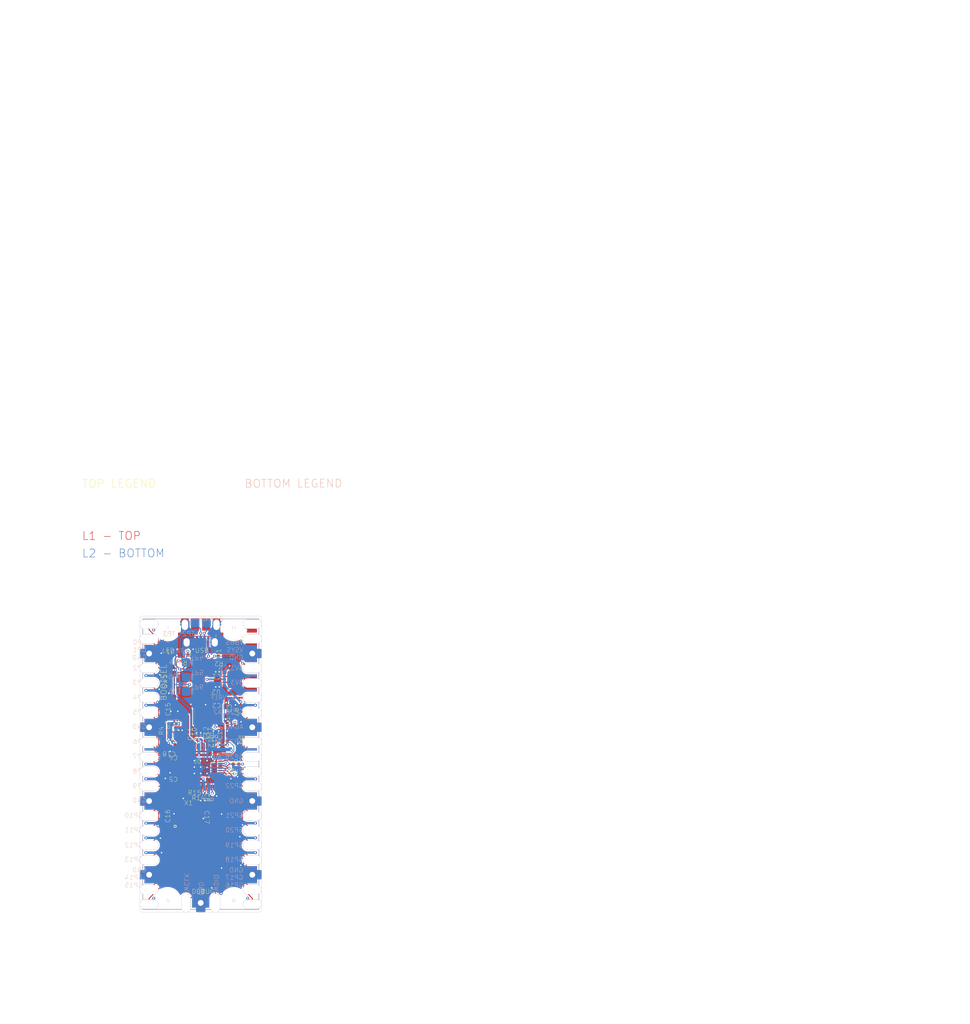
<source format=kicad_pcb>
(kicad_pcb (version 20240108) (generator "pcbnew") (generator_version "8.0")
  (layers (0 "F.Cu" signal "TOP") (31 "B.Cu" signal "BOTTOM") (34 "B.Paste" user "Bottom Paste") (35 "F.Paste" user "Top Paste") (36 "B.SilkS" user "Bottom Overlay") (37 "F.SilkS" user "Top Overlay") (38 "B.Mask" user "Bottom Solder") (39 "F.Mask" user "Top Solder") (44 "Edge.Cuts" user))
  (net 0 "")
  (net 1 "XR")
  (net 2 "XOUT")
  (net 3 "XIN")
  (net 4 "VSYS")
  (net 5 "VBUS")
  (net 6 "USB_DPX")
  (net 7 "USB_DP")
  (net 8 "USB_DMX")
  (net 9 "USB_DM")
  (net 10 "SWDIO")
  (net 11 "SWCLK")
  (net 12 "RUN")
  (net 13 "QSPI_SS")
  (net 14 "QSPI_SD3")
  (net 15 "QSPI_SD2")
  (net 16 "QSPI_SD1")
  (net 17 "QSPI_SD0")
  (net 18 "QSPI_SCLK")
  (net 19 "N1327876")
  (net 20 "N1286133")
  (net 21 "N1283798")
  (net 22 "N1248352")
  (net 23 "N1248345")
  (net 24 "GPIO9")
  (net 25 "GPIO8")
  (net 26 "GPIO7")
  (net 27 "GPIO6")
  (net 28 "GPIO5")
  (net 29 "GPIO4")
  (net 30 "GPIO3")
  (net 31 "GPIO29_ADC3")
  (net 32 "GPIO28_ADC2")
  (net 33 "GPIO27_ADC1")
  (net 34 "GPIO26_ADC0")
  (net 35 "GPIO25")
  (net 36 "GPIO24")
  (net 37 "GPIO23")
  (net 38 "GPIO22")
  (net 39 "GPIO21")
  (net 40 "GPIO20")
  (net 41 "GPIO2")
  (net 42 "GPIO19")
  (net 43 "GPIO18")
  (net 44 "GPIO17")
  (net 45 "GPIO16")
  (net 46 "GPIO15")
  (net 47 "GPIO14")
  (net 48 "GPIO13")
  (net 49 "GPIO12")
  (net 50 "GPIO11")
  (net 51 "GPIO10")
  (net 52 "GPIO1")
  (net 53 "GPIO0")
  (net 54 "GND")
  (net 55 "ADC_VREF")
  (net 56 "ADC_AVDD")
  (net 57 "3V3_EN")
  (net 58 "3V3")
  (net 59 "1V1")
  (footprint "M0603_PICO" (layer "F.Cu") (at 58.5261 155.3286 -90)
    (property "Reference" "C8")
    (property "Value" "CAP_MLCC_M0603_PICO_100N_RP-019" (hide yes))
  )
  (footprint "CAPC1005" (layer "F.Cu") (at 61.6261 145.2286 90)
    (property "Reference" "C14")
    (property "Value" "CAP_MLCC_CAPC1005_2U2_RP-019A1P" (hide yes))
  )
  (footprint "RESC1005" (layer "F.Cu") (at 64.6261 150.7286)
    (property "Reference" "R1")
    (property "Value" "RES_CHIP_RESC1005_10K_RP-019A1P" (hide yes))
  )
  (footprint "AVAGO_QSM" (layer "F.Cu") (at 52.8261 129.1286)
    (property "Reference" "D2")
    (property "Value" "LED_2PIN_AVAGO_QSM_GREEN_RP-019" (hide yes))
  )
  (footprint "RESC1005" (layer "F.Cu") (at 56.7261 156.0286)
    (property "Reference" "R15")
    (property "Value" "RES_CHIP_RESC1005_NO-FIT_" (hide yes))
  )
  (footprint "CAPC2012" (layer "F.Cu") (at 61.4261 137.7286 180)
    (property "Reference" "C2")
    (property "Value" "CAP_MLCC_CAPC2012_47U_RP-019A1P" (hide yes))
  )
  (footprint "M0603_PICO" (layer "F.Cu") (at 63.1261 151.7286 -45)
    (property "Reference" "C6")
    (property "Value" "CAP_MLCC_M0603_PICO_100N_RP-019" (hide yes))
  )
  (footprint "CON_PICO_40W" (layer "F.Cu") (at 58.5261 149.8286)
    (property "Reference" "J0")
    (property "Value" "CON_PICO_40W_CON_PICO_40W_CON_P" (hide yes))
  )
  (footprint "CON_PICO_3W" (layer "F.Cu") (at 58.1961 174.3286)
    (property "Reference" "J2")
    (property "Value" "CON_PICO_3W_CON_PICO_3W_CON_PIC" (hide yes))
  )
  (footprint "M0603_PICO" (layer "F.Cu") (at 59.9261 145.2286 -90)
    (property "Reference" "R13")
    (property "Value" "RES_CHIP_M0603_PICO_27R_RP-019A" (hide yes))
  )
  (footprint "SOT50P160X90-3N" (layer "F.Cu") (at 64.9261 142.6286 90)
    (property "Reference" "Q1")
    (property "Value" "MOSFET_N_SOT50P160X90-3N_DMG101" (hide yes))
  )
  (footprint "CAPC1005" (layer "F.Cu") (at 63.1261 145.2286 90)
    (property "Reference" "C13")
    (property "Value" "CAP_MLCC_CAPC1005_2U2_RP-019A1P" (hide yes))
  )
  (footprint "M0603_PICO" (layer "F.Cu") (at 57.8261 145.2286 90)
    (property "Reference" "C11")
    (property "Value" "CAP_MLCC_M0603_PICO_100N_RP-019" (hide yes))
  )
  (footprint "M0603_PICO" (layer "F.Cu") (at 54.0261 151.3286 180)
    (property "Reference" "C5")
    (property "Value" "CAP_MLCC_M0603_PICO_100N_RP-019" (hide yes))
  )
  (footprint "RESC1005" (layer "F.Cu") (at 64.9261 145.2286 -90)
    (property "Reference" "R6")
    (property "Value" "RES_CHIP_RESC1005_100K_RP-019A1" (hide yes))
  )
  (footprint "TONEPARTS_TP-1221U-K9K5325" (layer "F.Cu") (at 55.0261 136.3286 90)
    (property "Reference" "SW1")
    (property "Value" "SW_PB_4PIN_TONEPARTS_TP-1221U-K" (hide yes))
  )
  (footprint "USON_2X3MM" (layer "F.Cu") (at 54.7261 143.4286 90)
    (property "Reference" "U3")
    (property "Value" "WINBOND_W25X_QSPI_FLASH_USON_US" (hide yes))
  )
  (footprint "RESC1005" (layer "F.Cu") (at 53.0261 142.4286 -90)
    (property "Reference" "R11")
    (property "Value" "RES_CHIP_RESC1005_1K_RP-019A1P-" (hide yes))
  )
  (footprint "M0603_PICO" (layer "F.Cu") (at 53.9261 159.3786 90)
    (property "Reference" "C16")
    (property "Value" "CAP_MLCC_M0603_PICO_15P_RP-019A" (hide yes))
  )
  (footprint "" (layer "F.Cu") (at 52.8261 173.3286)
    (property "Reference" "")
    (property "Value" "")
  )
  (footprint "M0603_PICO" (layer "F.Cu") (at 59.2261 155.3286 -90)
    (property "Reference" "C9")
    (property "Value" "CAP_MLCC_M0603_PICO_100N_RP-019" (hide yes))
  )
  (footprint "XTAL320X250X100" (layer "F.Cu") (at 56.2261 158.8786)
    (property "Reference" "X1")
    (property "Value" "CRYSTAL_4P_XTAL320X250X100_12MH" (hide yes))
  )
  (footprint "" (layer "F.Cu") (at 64.5261 169.3286)
    (property "Reference" "")
    (property "Value" "")
  )
  (footprint "RESC1005" (layer "F.Cu") (at 65.4261 140.2286 -90)
    (property "Reference" "R5")
    (property "Value" "RES_CHIP_RESC1005_200K_RP-019A1" (hide yes))
  )
  (footprint "RICHTEK_RT6150B" (layer "F.Cu") (at 61.4261 135.2286 180)
    (property "Reference" "U2")
    (property "Value" "RICHTEK_RT6150_RICHTEK_RT6150B_" (hide yes))
  )
  (footprint "RESC1005" (layer "F.Cu") (at 55.8261 131.0286 180)
    (property "Reference" "R8")
    (property "Value" "RES_CHIP_RESC1005_100K_RP-019A1" (hide yes))
  )
  (footprint "FCI_10103594-0001LF" (layer "F.Cu") (at 58.5261 127.2286 180)
    (property "Reference" "J1")
    (property "Value" "CON_UUSB_B_FCI_10103594-0001LF_" (hide yes))
  )
  (footprint "M0603_PICO" (layer "F.Cu") (at 58.5261 158.3786 -90)
    (property "Reference" "C17")
    (property "Value" "CAP_MLCC_M0603_PICO_15P_RP-019A" (hide yes))
  )
  (footprint "BOURNS_SRN2512" (layer "F.Cu") (at 64.5261 135.2286 -90)
    (property "Reference" "L1")
    (property "Value" "INDUCTOR_BOURNS_SRN2512_2U2_RP-" (hide yes))
  )
  (footprint "" (layer "F.Cu") (at 52.7261 131.9286)
    (property "Reference" "")
    (property "Value" "")
  )
  (footprint "RPI_RP2040" (layer "F.Cu") (at 58.5261 150.3286)
    (property "Reference" "U1")
    (property "Value" "RPI_RP2040_RPI_RP2040_RP2040" (hide yes))
  )
  (footprint "RESC1005" (layer "F.Cu") (at 57.3761 156.9286)
    (property "Reference" "R14")
    (property "Value" "RES_CHIP_RESC1005_1K_RP-019A1P-" (hide yes))
  )
  (footprint "" (layer "F.Cu") (at 64.2261 173.3286)
    (property "Reference" "")
    (property "Value" "")
  )
  (footprint "" (layer "F.Cu") (at 64.2261 126.3286)
    (property "Reference" "")
    (property "Value" "")
  )
  (footprint "CAPC1005" (layer "F.Cu") (at 53.8261 146.7786 180)
    (property "Reference" "C18")
    (property "Value" "CAP_MLCC_CAPC1005_2U2_RP-019A1P" (hide yes))
  )
  (footprint "CAPC1005" (layer "F.Cu") (at 60.7261 145.2286 90)
    (property "Reference" "C12")
    (property "Value" "CAP_MLCC_CAPC1005_2U2_RP-019A1P" (hide yes))
  )
  (footprint "RESC1608" (layer "F.Cu") (at 62.9261 140.7286 -90)
    (property "Reference" "R7")
    (property "Value" "RES_CHIP_RESC1608_200R_RP-01A5Y" (hide yes))
  )
  (footprint "M0603_PICO" (layer "F.Cu") (at 58.5261 145.2286 90)
    (property "Reference" "C10")
    (property "Value" "CAP_MLCC_M0603_PICO_100N_RP-019" (hide yes))
  )
  (footprint "RESC1005" (layer "F.Cu") (at 64.0261 145.2286 -90)
    (property "Reference" "R9")
    (property "Value" "RES_CHIP_RESC1005_1R_RP-019A1P-" (hide yes))
  )
  (footprint "RESC1005" (layer "F.Cu") (at 64.6261 149.8286 180)
    (property "Reference" "R10")
    (property "Value" "RES_CHIP_RESC1005_5K6_RP-019A1P" (hide yes))
  )
  (footprint "M0603_PICO" (layer "F.Cu") (at 59.2261 145.2286 -90)
    (property "Reference" "R12")
    (property "Value" "RES_CHIP_M0603_PICO_27R_RP-019A" (hide yes))
  )
  (footprint "M0603_PICO" (layer "F.Cu") (at 54.0261 147.6286 180)
    (property "Reference" "C4")
    (property "Value" "CAP_MLCC_M0603_PICO_100N_RP-019" (hide yes))
  )
  (footprint "M0603_PICO" (layer "F.Cu") (at 53.9761 140.9786 90)
    (property "Reference" "C15")
    (property "Value" "CAP_MLCC_M0603_PICO_100N_RP-019" (hide yes))
  )
  (footprint "CAPC2012" (layer "F.Cu") (at 61.4261 132.7286 180)
    (property "Reference" "C1")
    (property "Value" "CAP_MLCC_CAPC2012_47U_RP-019A1P" (hide yes))
  )
  (footprint "RESC1005" (layer "F.Cu") (at 53.0261 144.4286 90)
    (property "Reference" "R4")
    (property "Value" "RES_CHIP_RESC1005_NO-FIT_" (hide yes))
  )
  (footprint "" (layer "F.Cu") (at 52.8261 126.3286)
    (property "Reference" "")
    (property "Value" "")
  )
  (footprint "M0603_PICO" (layer "F.Cu") (at 63.0261 147.4286)
    (property "Reference" "C7")
    (property "Value" "CAP_MLCC_M0603_PICO_100N_RP-019" (hide yes))
  )
  (footprint "M0603_PICO" (layer "F.Cu") (at 64.5261 140.4286 90)
    (property "Reference" "C3")
    (property "Value" "CAP_MLCC_M0603_PICO_1N_RP-019A1" (hide yes))
  )
  (footprint "SOD123FL" (layer "F.Cu") (at 64.5261 130.9286 90)
    (property "Reference" "D1")
    (property "Value" "DIODE_SCHOTTKY_SOD123FL_MBR120V" (hide yes))
  )
  (footprint "RESC1005" (layer "F.Cu") (at 62.0261 131.2286 180)
    (property "Reference" "R2")
    (property "Value" "RES_CHIP_RESC1005_100K_RP-019A1" (hide yes))
  )
  (footprint "RESC1005" (layer "F.Cu") (at 55.8261 132.0286)
    (property "Reference" "R3")
    (property "Value" "RES_CHIP_RESC1005_470R_RP-019A1" (hide yes))
  )
  (footprint "TP_SMT_1P5X1P5MM" (layer "B.Cu") (at 59.5261 125.5286 180)
    (property "Reference" "TP2")
    (property "Value" "TP_SMT_SQUARERC_1P5MM_TP_SMT_1P" (hide yes))
  )
  (footprint "TP_SMT_1P5X1P5MM" (layer "B.Cu") (at 58.5261 128.8286 180)
    (property "Reference" "TP1")
    (property "Value" "TP_SMT_SQUARERC_1P5MM_TP_SMT_1P" (hide yes))
  )
  (footprint "TP_SMT_1P5X1P5MM" (layer "B.Cu") (at 56.0261 132.3286 180)
    (property "Reference" "TP4")
    (property "Value" "TP_SMT_SQUARERC_1P5MM_TP_SMT_1P" (hide yes))
  )
  (footprint "TP_SMT_1P5X1P5MM" (layer "B.Cu") (at 56.0261 134.8286 180)
    (property "Reference" "TP5")
    (property "Value" "TP_SMT_SQUARERC_1P5MM_TP_SMT_1P" (hide yes))
  )
  (footprint "TP_SMT_1P5X1P5MM" (layer "B.Cu") (at 56.0261 137.3286 180)
    (property "Reference" "TP6")
    (property "Value" "TP_SMT_SQUARERC_1P5MM_TP_SMT_1P" (hide yes))
  )
  (footprint "TP_SMT_1P5X1P5MM" (layer "B.Cu") (at 57.5261 125.5286 180)
    (property "Reference" "TP3")
    (property "Value" "TP_SMT_SQUARERC_1P5MM_TP_SMT_1P" (hide yes))
  )
  (gr_line (start 68.5261 174.8286) (end 68.5261 124.8286) (stroke (width 0.0254)) (layer "F.Cu"))
  (gr_line (start 48.5261 124.8286) (end 68.5261 124.8286) (stroke (width 0.0254)) (layer "F.Cu"))
  (gr_line (start 48.5261 174.8286) (end 48.5261 124.8286) (stroke (width 0.0254)) (layer "F.Cu"))
  (gr_line (start 48.5261 174.8286) (end 48.5261 124.8286) (stroke (width 0.0254)) (layer "F.Cu"))
  (gr_line (start 48.5261 174.8286) (end 68.5261 174.8286) (stroke (width 0.0254)) (layer "F.Cu"))
  (gr_line (start 48.5261 174.8286) (end 68.5261 174.8286) (stroke (width 0.0254)) (layer "F.Cu"))
  (gr_line (start 48.5261 124.8286) (end 68.5261 124.8286) (stroke (width 0.0254)) (layer "F.Cu"))
  (gr_line (start 68.5261 174.8286) (end 68.5261 124.8286) (stroke (width 0.0254)) (layer "F.Cu"))
  (gr_line (start 48.5261 174.8286) (end 48.5261 124.8286) (stroke (width 0.0254)) (layer "B.Cu"))
  (gr_line (start 48.5261 174.8286) (end 68.5261 174.8286) (stroke (width 0.0254)) (layer "B.Cu"))
  (gr_line (start 48.5261 124.8286) (end 68.5261 124.8286) (stroke (width 0.0254)) (layer "B.Cu"))
  (gr_line (start 48.5261 174.8286) (end 68.5261 174.8286) (stroke (width 0.0254)) (layer "B.Cu"))
  (gr_line (start 68.5261 174.8286) (end 68.5261 124.8286) (stroke (width 0.0254)) (layer "B.Cu"))
  (gr_line (start 48.5261 124.8286) (end 68.5261 124.8286) (stroke (width 0.0254)) (layer "B.Cu"))
  (gr_line (start 48.5261 174.8286) (end 48.5261 124.8286) (stroke (width 0.0254)) (layer "B.Cu"))
  (gr_line (start 68.5261 174.8286) (end 68.5261 124.8286) (stroke (width 0.0254)) (layer "B.Cu"))
  (gr_line (start 55.6261 172.1286) (end 55.9261 172.4286) (stroke (width 0.2)) (layer "F.SilkS"))
  (gr_line (start 55.6261 172.1286) (end 56.2261 172.1286) (stroke (width 0.2)) (layer "F.SilkS"))
  (gr_line (start 55.9261 172.4286) (end 56.2261 172.1286) (stroke (width 0.2)) (layer "F.SilkS"))
  (gr_line (start 55.9261 172.4286) (end 55.9261 172.1286) (stroke (width 0.2)) (layer "F.SilkS"))
  (gr_line (start 69.0261 124.8286) (end 69.0261 174.8286) (stroke (width 0.05)) (layer "Edge.Cuts"))
  (gr_arc (start 48.5261 175.3286) (mid 48.172547 175.182153) (end 48.0261 174.8286) (stroke (width 0.05)) (layer "Edge.Cuts"))
  (gr_line (start 48.5261 124.3286) (end 68.5261 124.3286) (stroke (width 0.05)) (layer "Edge.Cuts"))
  (gr_arc (start 68.5261 124.3286) (mid 68.879653 124.475047) (end 69.0261 124.8286) (stroke (width 0.05)) (layer "Edge.Cuts"))
  (gr_line (start 48.0261 174.8286) (end 48.0261 124.8286) (stroke (width 0.05)) (layer "Edge.Cuts"))
  (gr_arc (start 69.0261 174.8286) (mid 68.879653 175.182153) (end 68.5261 175.3286) (stroke (width 0.05)) (layer "Edge.Cuts"))
  (gr_line (start 68.5261 175.3286) (end 48.5261 175.3286) (stroke (width 0.05)) (layer "Edge.Cuts"))
  (gr_arc (start 48.0261 124.8286) (mid 48.172547 124.475047) (end 48.5261 124.3286) (stroke (width 0.05)) (layer "Edge.Cuts"))
  (gr_text "L1 - TOP" (at 38.0261 111.3286 0.15) (layer "F.Cu") (effects (font (size 1.3824 1.3824) (thickness 0.0864)) (justify left bottom)))
  (gr_text "L2 - BOTTOM" (at 38.0261 114.3286 0.15) (layer "B.Cu") (effects (font (size 1.3824 1.3824) (thickness 0.0864)) (justify left bottom)))
  (gr_text "GND" (at 65.9261 131.9286 0) (layer "B.SilkS") (effects (font (size 0.8 0.8) (thickness 0.05)) (justify left bottom mirror)))
  (gr_text "GP6" (at 49.2061 146.4286 0) (layer "B.SilkS") (effects (font (size 0.8 0.8) (thickness 0.05)) (justify left bottom mirror)))
  (gr_text "GP7" (at 49.2061 148.9286 0) (layer "B.SilkS") (effects (font (size 0.8 0.8) (thickness 0.05)) (justify left bottom mirror)))
  (gr_text "GP4" (at 49.2061 138.8286 0) (layer "B.SilkS") (effects (font (size 0.8 0.8) (thickness 0.05)) (justify left bottom mirror)))
  (gr_text "GP26_A0" (at 65.9261 149.0286 0) (layer "B.SilkS") (effects (font (size 0.8 0.8) (thickness 0.05)) (justify left bottom mirror)))
  (gr_text "GP15" (at 48.5661 171.1286 0) (layer "B.SilkS") (effects (font (size 0.8 0.8) (thickness 0.05)) (justify left bottom mirror)))
  (gr_text "VSYS" (at 65.9261 130.6286 0) (layer "B.SilkS") (effects (font (size 0.8 0.8) (thickness 0.05)) (justify left bottom mirror)))
  (gr_text "TP6" (at 55.2061 137.7286 0) (layer "B.SilkS") (effects (font (size 0.8 0.8) (thickness 0.05)) (justify left bottom mirror)))
  (gr_text "GP2" (at 49.2061 133.7286 0) (layer "B.SilkS") (effects (font (size 0.8 0.8) (thickness 0.05)) (justify left bottom mirror)))
  (gr_text "GP28_A2" (at 65.9261 141.3286 0) (layer "B.SilkS") (effects (font (size 0.8 0.8) (thickness 0.05)) (justify left bottom mirror)))
  (gr_text "GP18" (at 65.9261 166.7286 0) (layer "B.SilkS") (effects (font (size 0.8 0.8) (thickness 0.05)) (justify left bottom mirror)))
  (gr_text "GP16" (at 65.9261 171.1286 0) (layer "B.SilkS") (effects (font (size 0.8 0.8) (thickness 0.05)) (justify left bottom mirror)))
  (gr_text "GP21" (at 65.9261 159.1286 0) (layer "B.SilkS") (effects (font (size 0.8 0.8) (thickness 0.05)) (justify left bottom mirror)))
  (gr_text "GP14" (at 48.5661 169.8286 0) (layer "B.SilkS") (effects (font (size 0.8 0.8) (thickness 0.05)) (justify left bottom mirror)))
  (gr_text "GND" (at 49.2061 168.5286 0) (layer "B.SilkS") (effects (font (size 0.8 0.8) (thickness 0.05)) (justify left bottom mirror)))
  (gr_text "TP5" (at 55.1061 135.2286 0) (layer "B.SilkS") (effects (font (size 0.8 0.8) (thickness 0.05)) (justify left bottom mirror)))
  (gr_text "TP3" (at 54.2061 127.8286 0) (layer "B.SilkS") (effects (font (size 0.8 0.8) (thickness 0.05)) (justify left bottom mirror)))
  (gr_text "GND" (at 49.2061 131.9286 0) (layer "B.SilkS") (effects (font (size 0.8 0.8) (thickness 0.05)) (justify left bottom mirror)))
  (gr_text "AGND" (at 65.9261 143.8286 0) (layer "B.SilkS") (effects (font (size 0.8 0.8) (thickness 0.05)) (justify left bottom mirror)))
  (gr_text "GP13" (at 48.5661 166.7286 0) (layer "B.SilkS") (effects (font (size 0.8 0.8) (thickness 0.05)) (justify left bottom mirror)))
  (gr_text "GND" (at 49.2061 156.5286 0) (layer "B.SilkS") (effects (font (size 0.8 0.8) (thickness 0.05)) (justify left bottom mirror)))
  (gr_text "BOTTOM LEGEND" (at 66.0261 102.3286 0.15) (layer "B.SilkS") (effects (font (size 1.3824 1.3824) (thickness 0.0864)) (justify left bottom)))
  (gr_text "GP1" (at 49.2061 130.6286 0) (layer "B.SilkS") (effects (font (size 0.8 0.8) (thickness 0.05)) (justify left bottom mirror)))
  (gr_text "GP17" (at 65.9261 169.8286 0) (layer "B.SilkS") (effects (font (size 0.8 0.8) (thickness 0.05)) (justify left bottom mirror)))
  (gr_text "VBUS" (at 65.9261 129.3286 0) (layer "B.SilkS") (effects (font (size 0.8 0.8) (thickness 0.05)) (justify left bottom mirror)))
  (gr_text "GP12" (at 48.5661 164.2286 0) (layer "B.SilkS") (effects (font (size 0.8 0.8) (thickness 0.05)) (justify left bottom mirror)))
  (gr_text "GP8" (at 49.2061 151.5286 0) (layer "B.SilkS") (effects (font (size 0.8 0.8) (thickness 0.05)) (justify left bottom mirror)))
  (gr_text "ADC_VREF" (at 65.9261 138.8286 0) (layer "B.SilkS") (effects (font (size 0.8 0.8) (thickness 0.05)) (justify left bottom mirror)))
  (gr_text "GP11" (at 48.5661 161.6286 0) (layer "B.SilkS") (effects (font (size 0.8 0.8) (thickness 0.05)) (justify left bottom mirror)))
  (gr_text "GP20" (at 65.9261 161.6286 0) (layer "B.SilkS") (effects (font (size 0.8 0.8) (thickness 0.05)) (justify left bottom mirror)))
  (gr_text "GP10" (at 48.5661 159.1286 0) (layer "B.SilkS") (effects (font (size 0.8 0.8) (thickness 0.05)) (justify left bottom mirror)))
  (gr_text "GND" (at 49.2061 143.8286 0) (layer "B.SilkS") (effects (font (size 0.8 0.8) (thickness 0.05)) (justify left bottom mirror)))
  (gr_text "GND" (at 65.9261 156.6286 0) (layer "B.SilkS") (effects (font (size 0.8 0.8) (thickness 0.05)) (justify left bottom mirror)))
  (gr_text "SWCLK" (at 55.6261 172.5286 270) (layer "B.SilkS") (effects (font (size 0.8 0.8) (thickness 0.05)) (justify left bottom mirror)))
  (gr_text "TP2" (at 57.5061 127.8286 0) (layer "B.SilkS") (effects (font (size 0.8 0.8) (thickness 0.05)) (justify left bottom mirror)))
  (gr_text "3V3_EN" (at 65.9261 133.7286 0) (layer "B.SilkS") (effects (font (size 0.8 0.8) (thickness 0.05)) (justify left bottom mirror)))
  (gr_text "GP3" (at 49.2061 136.2286 0) (layer "B.SilkS") (effects (font (size 0.8 0.8) (thickness 0.05)) (justify left bottom mirror)))
  (gr_text "RUN" (at 65.9261 151.5286 0) (layer "B.SilkS") (effects (font (size 0.8 0.8) (thickness 0.05)) (justify left bottom mirror)))
  (gr_text "GP27_A1" (at 65.9261 146.4286 0) (layer "B.SilkS") (effects (font (size 0.8 0.8) (thickness 0.05)) (justify left bottom mirror)))
  (gr_text "GP19" (at 65.9261 164.2286 0) (layer "B.SilkS") (effects (font (size 0.8 0.8) (thickness 0.05)) (justify left bottom mirror)))
  (gr_text "GP0" (at 49.2061 129.3286 0) (layer "B.SilkS") (effects (font (size 0.8 0.8) (thickness 0.05)) (justify left bottom mirror)))
  (gr_text "3V3" (at 65.9261 136.2286 0) (layer "B.SilkS") (effects (font (size 0.8 0.8) (thickness 0.05)) (justify left bottom mirror)))
  (gr_text "GP9" (at 49.2061 154.0286 0) (layer "B.SilkS") (effects (font (size 0.8 0.8) (thickness 0.05)) (justify left bottom mirror)))
  (gr_text "SWDIO" (at 60.7261 172.5286 270) (layer "B.SilkS") (effects (font (size 0.8 0.8) (thickness 0.05)) (justify left bottom mirror)))
  (gr_text "TP1" (at 55.6061 130.8286 0) (layer "B.SilkS") (effects (font (size 0.8 0.8) (thickness 0.05)) (justify left bottom mirror)))
  (gr_text "GP22" (at 65.9261 154.0286 0) (layer "B.SilkS") (effects (font (size 0.8 0.8) (thickness 0.05)) (justify left bottom mirror)))
  (gr_text "GP5" (at 49.2061 141.3286 0) (layer "B.SilkS") (effects (font (size 0.8 0.8) (thickness 0.05)) (justify left bottom mirror)))
  (gr_text "GND" (at 58.1261 172.5286 270) (layer "B.SilkS") (effects (font (size 0.8 0.8) (thickness 0.05)) (justify left bottom mirror)))
  (gr_text "TP4" (at 55.2061 132.7286 0) (layer "B.SilkS") (effects (font (size 0.8 0.8) (thickness 0.05)) (justify left bottom mirror)))
  (gr_text "GND" (at 65.9261 168.5286 0) (layer "B.SilkS") (effects (font (size 0.8 0.8) (thickness 0.05)) (justify left bottom mirror)))
  (gr_text "2" (at 50.4861 128.6286 0) (layer "F.SilkS") (effects (font (size 0.8 0.8) (thickness 0.05)) (justify left bottom)))
  (gr_text "39" (at 65.1461 128.6286 0) (layer "F.SilkS") (effects (font (size 0.8 0.8) (thickness 0.05)) (justify left bottom)))
  (gr_text "DEBUG" (at 56.9261 172.2286 0) (layer "F.SilkS") (effects (font (size 0.8 0.8) (thickness 0.05)) (justify left bottom)))
  (gr_text "1" (at 50.4861 126.1286 0) (layer "F.SilkS") (effects (font (size 0.8 0.8) (thickness 0.05)) (justify left bottom)))
  (gr_text "LED" (at 51.8061 130.7286 0) (layer "F.SilkS") (effects (font (size 0.8 0.8) (thickness 0.05)) (justify left bottom)))
  (gr_text "BOOTSEL" (at 52.7261 138.9286 90) (layer "F.SilkS") (effects (font (size 0.96 0.96) (thickness 0.06)) (justify left bottom)))
  (gr_text "TOP LEGEND" (at 38.0261 102.3286 0.15) (layer "F.SilkS") (effects (font (size 1.3824 1.3824) (thickness 0.0864)) (justify left bottom)))
  (gr_text "USB" (at 57.5061 130.7286 0) (layer "F.SilkS") (effects (font (size 0.8 0.8) (thickness 0.05)) (justify left bottom)))
  (segment (start 57.3261 157.4623) (end 57.8611 156.9323) (width 0.15) (layer "F.Cu") (net 1))
  (segment (start 57.3261 158.0786) (end 57.3511 158.1036) (width 0.15) (layer "F.Cu") (net 1))
  (segment (start 57.3511 158.1036) (end 58.5261 158.1036) (width 0.15) (layer "F.Cu") (net 1))
  (segment (start 57.3261 158.0786) (end 57.3261 157.4623) (width 0.15) (layer "F.Cu") (net 1))
  (segment (start 57.8611 156.9323) (end 57.8611 156.9286) (width 0.15) (layer "F.Cu") (net 1))
  (segment (start 58.3261 154.4466) (end 58.3261 153.6786) (width 0.15) (layer "F.Cu") (net 2))
  (segment (start 57.2111 155.5616) (end 58.3261 154.4466) (width 0.15) (layer "F.Cu") (net 2))
  (segment (start 57.2111 156.0286) (end 57.2111 155.5616) (width 0.15) (layer "F.Cu") (net 2))
  (segment (start 56.8911 156.9299) (end 57.2111 156.6099) (width 0.15) (layer "F.Cu") (net 2))
  (segment (start 57.2111 156.6099) (end 57.2111 156.0286) (width 0.15) (layer "F.Cu") (net 2))
  (segment (start 56.8911 156.9299) (end 56.8911 156.9286) (width 0.15) (layer "F.Cu") (net 2))
  (segment (start 55.1261 159.6786) (end 55.3761 159.6786) (width 0.15) (layer "F.Cu") (net 3))
  (segment (start 53.9261 159.6536) (end 55.1011 159.6536) (width 0.15) (layer "F.Cu") (net 3))
  (segment (start 55.1011 159.6536) (end 55.1261 159.6786) (width 0.15) (layer "F.Cu") (net 3))
  (segment (start 56.2411 156.0236) (end 57.9261 154.3386) (width 0.15) (layer "F.Cu") (net 3))
  (segment (start 56.2411 156.0286) (end 56.2411 156.0236) (width 0.15) (layer "F.Cu") (net 3))
  (segment (start 55.3761 159.6786) (end 56.2411 158.8136) (width 0.15) (layer "F.Cu") (net 3))
  (segment (start 56.2411 158.8136) (end 56.2411 156.0286) (width 0.15) (layer "F.Cu") (net 3))
  (segment (start 57.9261 154.3386) (end 57.9261 153.6786) (width 0.15) (layer "F.Cu") (net 3))
  (segment (start 66.6261 129.0286) (end 67.4161 128.2386) (width 0.3) (layer "F.Cu") (net 4))
  (segment (start 65.4261 139.7436) (end 65.4261 139.1066) (width 0.2) (layer "F.Cu") (net 4))
  (segment (start 59.6261 135.2286) (end 60.2761 135.2286) (width 0.25) (layer "F.Cu") (net 4))
  (segment (start 67.4161 128.2386) (end 67.7261 129.3286) (width 0.3) (layer "F.Cu") (net 4))
  (via (at 59.6261 135.2286) (size 0.5) (drill 0.25) (layers "F.Cu" "B.Cu") (net 4))
  (via (at 65.4261 139.1066) (size 0.5) (drill 0.25) (layers "F.Cu" "B.Cu") (net 4))
  (via (at 63.4991 132.9286) (size 0.5) (drill 0.25) (layers "F.Cu" "B.Cu") (net 4))
  (segment (start 62.6261 136.3066) (end 65.4261 139.1066) (width 0.4) (layer "B.Cu") (net 4))
  (segment (start 62.6261 136.3066) (end 62.6261 135.2286) (width 0.4) (layer "B.Cu") (net 4))
  (segment (start 62.6261 133.8016) (end 63.4991 132.9286) (width 0.4) (layer "B.Cu") (net 4))
  (segment (start 62.6261 135.2286) (end 62.6261 133.8016) (width 0.4) (layer "B.Cu") (net 4))
  (segment (start 59.6261 135.2286) (end 62.6261 135.2286) (width 0.3) (layer "B.Cu") (net 4))
  (segment (start 65.1111 149.8286) (end 65.7481 149.8286) (width 0.15) (layer "F.Cu") (net 5))
  (segment (start 66.3261 125.3286) (end 67.4161 125.6986) (width 0.3) (layer "F.Cu") (net 5))
  (segment (start 59.1761 138.6786) (end 59.1761 131.1786) (width 0.127) (layer "F.Cu") (net 5))
  (segment (start 61.0261 143.4286) (end 61.0261 140.5286) (width 0.127) (layer "F.Cu") (net 5))
  (segment (start 59.1761 131.1786) (end 59.8261 130.5286) (width 0.127) (layer "F.Cu") (net 5))
  (segment (start 66.5861 126.5286) (end 67.4161 125.6986) (width 0.3) (layer "F.Cu") (net 5))
  (segment (start 59.1761 138.6786) (end 61.0261 140.5286) (width 0.127) (layer "F.Cu") (net 5))
  (segment (start 67.4161 125.6986) (end 67.6261 126.7286) (width 0.3) (layer "F.Cu") (net 5))
  (via (at 65.7481 149.8286) (size 0.5) (drill 0.25) (layers "F.Cu" "B.Cu") (net 5))
  (via (at 61.0261 143.4286) (size 0.5) (drill 0.25) (layers "F.Cu" "B.Cu") (net 5))
  (segment (start 62.5166 149.2881) (end 63.0856 149.2881) (width 0.127) (layer "B.Cu") (net 5))
  (segment (start 62.6261 145.7706) (end 62.6261 143.8286) (width 0.127) (layer "B.Cu") (net 5))
  (segment (start 64.2436 147.6111) (end 64.2436 146.7461) (width 0.127) (layer "B.Cu") (net 5))
  (segment (start 60.3531 149.3786) (end 62.4261 149.3786) (width 0.127) (layer "B.Cu") (net 5))
  (segment (start 62.4261 149.3786) (end 62.5166 149.2881) (width 0.127) (layer "B.Cu") (net 5))
  (segment (start 61.0261 143.4286) (end 62.2261 143.4286) (width 0.127) (layer "B.Cu") (net 5))
  (segment (start 63.0856 149.2881) (end 63.6261 149.8286) (width 0.127) (layer "B.Cu") (net 5))
  (segment (start 62.9436 146.0881) (end 63.5856 146.0881) (width 0.127) (layer "B.Cu") (net 5))
  (segment (start 63.5856 146.0881) (end 64.2436 146.7461) (width 0.127) (layer "B.Cu") (net 5))
  (segment (start 60.4261 147.9286) (end 63.9261 147.9286) (width 0.127) (layer "B.Cu") (net 5))
  (segment (start 60.1856 149.2111) (end 60.1856 148.1691) (width 0.127) (layer "B.Cu") (net 5))
  (segment (start 63.9261 147.9286) (end 64.2436 147.6111) (width 0.127) (layer "B.Cu") (net 5))
  (segment (start 63.6261 149.8286) (end 65.7481 149.8286) (width 0.127) (layer "B.Cu") (net 5))
  (segment (start 60.1856 149.2111) (end 60.3531 149.3786) (width 0.127) (layer "B.Cu") (net 5))
  (segment (start 62.6261 145.7706) (end 62.9436 146.0881) (width 0.127) (layer "B.Cu") (net 5))
  (segment (start 60.1856 148.1691) (end 60.4261 147.9286) (width 0.127) (layer "B.Cu") (net 5))
  (segment (start 62.2261 143.4286) (end 62.6261 143.8286) (width 0.127) (layer "B.Cu") (net 5))
  (segment (start 59.2261 145.8306) (end 59.5261 146.1306) (width 0.22) (layer "F.Cu") (net 6))
  (segment (start 59.2261 145.8306) (end 59.2261 145.5036) (width 0.22) (layer "F.Cu") (net 6))
  (segment (start 59.5261 146.9786) (end 59.5261 146.1306) (width 0.22) (layer "F.Cu") (net 6))
  (segment (start 58.5261 128.6536) (end 58.5261 127.2786) (width 0.15) (layer "F.Cu") (net 7))
  (via (at 58.5261 127.2786) (size 0.5) (drill 0.25) (layers "F.Cu" "B.Cu") (net 7))
  (segment (start 58.5261 127.2786) (end 58.5261 126.5286) (width 0.15) (layer "B.Cu") (net 7))
  (segment (start 57.5261 125.5286) (end 58.5261 126.5286) (width 0.15) (layer "B.Cu") (net 7))
  (segment (start 59.9261 146.9786) (end 59.9261 145.5036) (width 0.22) (layer "F.Cu") (net 8))
  (segment (start 59.1761 128.6536) (end 59.1761 127.2786) (width 0.15) (layer "F.Cu") (net 9))
  (via (at 59.1761 127.2786) (size 0.5) (drill 0.25) (layers "F.Cu" "B.Cu") (net 9))
  (segment (start 59.5261 126.9286) (end 59.5261 125.5286) (width 0.15) (layer "B.Cu") (net 9))
  (segment (start 59.1761 127.2786) (end 59.5261 126.9286) (width 0.15) (layer "B.Cu") (net 9))
  (segment (start 61.0661 173.7286) (end 61.0661 170.2886) (width 0.15) (layer "F.Cu") (net 10))
  (segment (start 60.0261 155.0285) (end 60.0261 154.2286) (width 0.15) (layer "F.Cu") (net 10))
  (segment (start 63.0761 168.2786) (end 63.0761 158.0785) (width 0.15) (layer "F.Cu") (net 10))
  (segment (start 59.9261 154.1286) (end 59.9261 153.6786) (width 0.15) (layer "F.Cu") (net 10))
  (segment (start 61.0661 170.2886) (end 63.0761 168.2786) (width 0.15) (layer "F.Cu") (net 10))
  (segment (start 59.9261 154.1286) (end 60.0261 154.2286) (width 0.15) (layer "F.Cu") (net 10))
  (segment (start 60.0261 155.0285) (end 63.0761 158.0785) (width 0.15) (layer "F.Cu") (net 10))
  (segment (start 59.5861 170.1286) (end 60.6261 170.1286) (width 0.15) (layer "F.Cu") (net 11))
  (segment (start 59.5261 154.1893) (end 59.7261 154.3893) (width 0.15) (layer "F.Cu") (net 11))
  (segment (start 59.5261 154.1893) (end 59.5261 153.6786) (width 0.15) (layer "F.Cu") (net 11))
  (segment (start 59.7261 155.2285) (end 59.7261 154.3893) (width 0.15) (layer "F.Cu") (net 11))
  (segment (start 59.7261 155.2285) (end 62.7261 158.2285) (width 0.15) (layer "F.Cu") (net 11))
  (segment (start 55.9861 173.7286) (end 59.5861 170.1286) (width 0.15) (layer "F.Cu") (net 11))
  (segment (start 62.7261 168.0286) (end 62.7261 158.2285) (width 0.15) (layer "F.Cu") (net 11))
  (segment (start 60.6261 170.1286) (end 62.7261 168.0286) (width 0.15) (layer "F.Cu") (net 11))
  (segment (start 60.5261 154.8286) (end 60.5261 154.4057) (width 0.15) (layer "F.Cu") (net 12))
  (segment (start 60.3261 154.2057) (end 60.5261 154.4057) (width 0.15) (layer "F.Cu") (net 12))
  (segment (start 66.0455 151.4786) (end 66.4255 151.0986) (width 0.127) (layer "F.Cu") (net 12))
  (segment (start 66.4255 151.0986) (end 67.4161 151.0986) (width 0.127) (layer "F.Cu") (net 12))
  (segment (start 60.3261 154.2057) (end 60.3261 153.6786) (width 0.15) (layer "F.Cu") (net 12))
  (segment (start 64.3261 151.4786) (end 66.0455 151.4786) (width 0.127) (layer "F.Cu") (net 12))
  (via (at 64.3261 151.4786) (size 0.5) (drill 0.25) (layers "F.Cu" "B.Cu") (net 12))
  (via (at 60.5261 154.8286) (size 0.5) (drill 0.25) (layers "F.Cu" "B.Cu") (net 12))
  (segment (start 59.1741 151.6159) (end 60.5261 152.9679) (width 0.127) (layer "B.Cu") (net 12))
  (segment (start 59.1741 151.6159) (end 59.1741 151.1306) (width 0.127) (layer "B.Cu") (net 12))
  (segment (start 59.1741 151.1306) (end 59.3761 150.9286) (width 0.127) (layer "B.Cu") (net 12))
  (segment (start 59.3761 150.9286) (end 62.376 150.9286) (width 0.127) (layer "B.Cu") (net 12))
  (segment (start 60.5261 154.8286) (end 60.5261 152.9679) (width 0.127) (layer "B.Cu") (net 12))
  (segment (start 62.376 150.9286) (end 62.926 151.4786) (width 0.127) (layer "B.Cu") (net 12))
  (segment (start 62.926 151.4786) (end 64.3261 151.4786) (width 0.127) (layer "B.Cu") (net 12))
  (segment (start 53.9761 145.5286) (end 53.9761 144.8286) (width 0.127) (layer "F.Cu") (net 13))
  (segment (start 53.9761 144.8286) (end 53.9761 144.5286) (width 0.15) (layer "F.Cu") (net 13))
  (segment (start 53.0261 143.9436) (end 53.0261 142.9136) (width 0.15) (layer "F.Cu") (net 13))
  (segment (start 53.9761 145.5286) (end 54.8761 146.4286) (width 0.127) (layer "F.Cu") (net 13))
  (segment (start 54.8761 146.4286) (end 55.5611 146.4286) (width 0.127) (layer "F.Cu") (net 13))
  (segment (start 53.0261 143.9436) (end 53.3911 143.9436) (width 0.15) (layer "F.Cu") (net 13))
  (segment (start 55.5611 146.4286) (end 55.9261 146.7936) (width 0.127) (layer "F.Cu") (net 13))
  (segment (start 55.9261 146.9786) (end 55.9261 146.7936) (width 0.127) (layer "F.Cu") (net 13))
  (segment (start 53.3911 143.9436) (end 53.9761 144.5286) (width 0.15) (layer "F.Cu") (net 13))
  (segment (start 54.4761 141.5786) (end 55.1261 140.9286) (width 0.127) (layer "F.Cu") (net 14))
  (segment (start 55.1261 140.9286) (end 55.9261 140.9286) (width 0.127) (layer "F.Cu") (net 14))
  (segment (start 54.4761 142.0286) (end 54.4761 141.5786) (width 0.127) (layer "F.Cu") (net 14))
  (segment (start 55.9261 140.9286) (end 56.4761 141.4786) (width 0.127) (layer "F.Cu") (net 14))
  (segment (start 56.4761 145.0266) (end 56.4761 141.4786) (width 0.127) (layer "F.Cu") (net 14))
  (segment (start 56.4761 145.0266) (end 57.9261 146.4766) (width 0.127) (layer "F.Cu") (net 14))
  (segment (start 57.9261 146.9786) (end 57.9261 146.4766) (width 0.127) (layer "F.Cu") (net 14))
  (segment (start 54.9761 145.2786) (end 55.3261 145.6286) (width 0.127) (layer "F.Cu") (net 15))
  (segment (start 56.7261 146.9786) (end 56.7261 146.4766) (width 0.127) (layer "F.Cu") (net 15))
  (segment (start 54.9761 145.2786) (end 54.9761 144.8286) (width 0.127) (layer "F.Cu") (net 15))
  (segment (start 55.8781 145.6286) (end 56.7261 146.4766) (width 0.127) (layer "F.Cu") (net 15))
  (segment (start 55.3261 145.6286) (end 55.8781 145.6286) (width 0.127) (layer "F.Cu") (net 15))
  (segment (start 54.4761 145.4692) (end 54.4761 144.8286) (width 0.127) (layer "F.Cu") (net 16))
  (segment (start 54.4761 145.4692) (end 55.0355 146.0286) (width 0.127) (layer "F.Cu") (net 16))
  (segment (start 55.0355 146.0286) (end 55.8667 146.0286) (width 0.127) (layer "F.Cu") (net 16))
  (segment (start 56.3261 146.9786) (end 56.3261 146.488) (width 0.127) (layer "F.Cu") (net 16))
  (segment (start 55.8667 146.0286) (end 56.3261 146.488) (width 0.127) (layer "F.Cu") (net 16))
  (segment (start 55.4761 142.3286) (end 55.4761 142.0286) (width 0.127) (layer "F.Cu") (net 17))
  (segment (start 57.1261 146.9786) (end 57.1261 146.4766) (width 0.127) (layer "F.Cu") (net 17))
  (segment (start 55.4761 142.3286) (end 55.8761 142.7286) (width 0.127) (layer "F.Cu") (net 17))
  (segment (start 55.8761 145.2266) (end 55.8761 142.7286) (width 0.127) (layer "F.Cu") (net 17))
  (segment (start 55.8761 145.2266) (end 57.1261 146.4766) (width 0.127) (layer "F.Cu") (net 17))
  (segment (start 55.2668 141.2879) (end 55.7854 141.2879) (width 0.127) (layer "F.Cu") (net 18))
  (segment (start 55.7854 141.2879) (end 56.1761 141.6786) (width 0.127) (layer "F.Cu") (net 18))
  (segment (start 57.5261 146.9786) (end 57.5261 146.4766) (width 0.127) (layer "F.Cu") (net 18))
  (segment (start 56.1761 145.1266) (end 57.5261 146.4766) (width 0.127) (layer "F.Cu") (net 18))
  (segment (start 56.1761 145.1266) (end 56.1761 141.6786) (width 0.127) (layer "F.Cu") (net 18))
  (segment (start 54.9761 141.5786) (end 55.2668 141.2879) (width 0.127) (layer "F.Cu") (net 18))
  (segment (start 54.9761 142.0286) (end 54.9761 141.5786) (width 0.127) (layer "F.Cu") (net 18))
  (segment (start 53.9511 136.0286) (end 54.0261 136.1036) (width 0.127) (layer "F.Cu") (net 19))
  (segment (start 54.0261 136.1036) (end 56.6011 136.1036) (width 0.127) (layer "F.Cu") (net 19))
  (segment (start 52.8761 139.6786) (end 53.9511 138.6036) (width 0.15) (layer "F.Cu") (net 19))
  (segment (start 53.9511 138.6036) (end 53.9511 138.4036) (width 0.15) (layer "F.Cu") (net 19))
  (segment (start 52.8761 141.3316) (end 53.0261 141.4816) (width 0.15) (layer "F.Cu") (net 19))
  (segment (start 53.9511 138.4036) (end 53.9511 136.0286) (width 0.2) (layer "F.Cu") (net 19))
  (segment (start 53.9511 136.0286) (end 53.9511 134.2536) (width 0.2) (layer "F.Cu") (net 19))
  (segment (start 53.0261 141.9436) (end 53.0261 141.4816) (width 0.15) (layer "F.Cu") (net 19))
  (segment (start 52.8761 141.3316) (end 52.8761 139.6786) (width 0.15) (layer "F.Cu") (net 19))
  (via (at 56.6011 136.1036) (size 0.5) (drill 0.25) (layers "F.Cu" "B.Cu") (net 19))
  (segment (start 56.0261 137.3286) (end 56.6011 136.1036) (width 0.2) (layer "B.Cu") (net 19))
  (segment (start 64.5261 141.2286) (end 64.5261 140.7036) (width 0.15) (layer "F.Cu") (net 20))
  (segment (start 64.5261 140.6911) (end 64.5486 140.7136) (width 0.2) (layer "F.Cu") (net 20))
  (segment (start 64.9261 144.7436) (end 64.9261 141.8286) (width 0.15) (layer "F.Cu") (net 20))
  (segment (start 64.9261 141.8286) (end 64.9261 141.6286) (width 0.15) (layer "F.Cu") (net 20))
  (segment (start 64.5261 140.7036) (end 64.5261 140.6911) (width 0.15) (layer "F.Cu") (net 20))
  (segment (start 64.5261 141.2286) (end 64.9261 141.6286) (width 0.15) (layer "F.Cu") (net 20))
  (segment (start 64.5486 140.7136) (end 65.4261 140.7136) (width 0.2) (layer "F.Cu") (net 20))
  (segment (start 54.2261 132.7786) (end 54.2261 130.8286) (width 0.15) (layer "F.Cu") (net 21))
  (segment (start 54.2261 132.7786) (end 54.8761 133.4286) (width 0.15) (layer "F.Cu") (net 21))
  (segment (start 53.5761 130.1786) (end 54.2261 130.8286) (width 0.15) (layer "F.Cu") (net 21))
  (segment (start 53.5761 130.1786) (end 53.5761 129.1286) (width 0.15) (layer "F.Cu") (net 21))
  (segment (start 55.3781 133.4286) (end 56.3111 132.4956) (width 0.15) (layer "F.Cu") (net 21))
  (segment (start 54.8761 133.4286) (end 55.3781 133.4286) (width 0.15) (layer "F.Cu") (net 21))
  (segment (start 56.3111 132.4956) (end 56.3111 132.0286) (width 0.15) (layer "F.Cu") (net 21))
  (via (at 54.8761 133.4286) (size 0.5) (drill 0.25) (layers "F.Cu" "B.Cu") (net 21))
  (segment (start 54.8761 133.4286) (end 55.6277 134.4302) (width 0.2) (layer "B.Cu") (net 21))
  (segment (start 55.6277 134.4302) (end 56.0261 134.8286) (width 0.2) (layer "B.Cu") (net 21))
  (segment (start 52.1161 153.6386) (end 53.6261 152.1286) (width 0.15) (layer "F.Cu") (net 24))
  (segment (start 53.6261 152.1286) (end 55.1761 152.1286) (width 0.15) (layer "F.Cu") (net 24))
  (segment (start 49.6361 153.6386) (end 52.1161 153.6386) (width 0.15) (layer "F.Cu") (net 24))
  (segment (start 51.3661 151.8266) (end 54.6281 151.8266) (width 0.15) (layer "F.Cu") (net 25))
  (segment (start 49.6361 151.0986) (end 50.6381 151.0986) (width 0.15) (layer "F.Cu") (net 25))
  (segment (start 54.7261 151.7286) (end 55.1761 151.7286) (width 0.15) (layer "F.Cu") (net 25))
  (segment (start 54.6281 151.8266) (end 54.7261 151.7286) (width 0.15) (layer "F.Cu") (net 25))
  (segment (start 50.6381 151.0986) (end 51.3661 151.8266) (width 0.15) (layer "F.Cu") (net 25))
  (segment (start 49.6361 148.5586) (end 51.9061 150.8286) (width 0.15) (layer "F.Cu") (net 26))
  (segment (start 54.7261 150.9286) (end 55.1761 150.9286) (width 0.15) (layer "F.Cu") (net 26))
  (segment (start 51.9061 150.8286) (end 54.6261 150.8286) (width 0.15) (layer "F.Cu") (net 26))
  (segment (start 54.6261 150.8286) (end 54.7261 150.9286) (width 0.15) (layer "F.Cu") (net 26))
  (segment (start 50.6761 148.4294) (end 50.6761 147.0586) (width 0.15) (layer "F.Cu") (net 27))
  (segment (start 52.7753 150.5286) (end 55.1761 150.5286) (width 0.15) (layer "F.Cu") (net 27))
  (segment (start 49.6361 146.0186) (end 50.6761 147.0586) (width 0.15) (layer "F.Cu") (net 27))
  (segment (start 50.6761 148.4294) (end 52.7753 150.5286) (width 0.15) (layer "F.Cu") (net 27))
  (segment (start 52.7671 150.1286) (end 55.1761 150.1286) (width 0.15) (layer "F.Cu") (net 28))
  (segment (start 50.9761 148.3376) (end 50.9761 142.2786) (width 0.15) (layer "F.Cu") (net 28))
  (segment (start 49.6361 140.9386) (end 50.9761 142.2786) (width 0.15) (layer "F.Cu") (net 28))
  (segment (start 50.9761 148.3376) (end 52.7671 150.1286) (width 0.15) (layer "F.Cu") (net 28))
  (segment (start 52.7589 149.7286) (end 55.1761 149.7286) (width 0.15) (layer "F.Cu") (net 29))
  (segment (start 49.6361 138.3986) (end 51.2761 140.0386) (width 0.15) (layer "F.Cu") (net 29))
  (segment (start 51.2761 148.2458) (end 52.7589 149.7286) (width 0.15) (layer "F.Cu") (net 29))
  (segment (start 51.2761 148.2458) (end 51.2761 140.0386) (width 0.15) (layer "F.Cu") (net 29))
  (segment (start 52.7507 149.3286) (end 55.1761 149.3286) (width 0.15) (layer "F.Cu") (net 30))
  (segment (start 51.5761 148.154) (end 52.7507 149.3286) (width 0.15) (layer "F.Cu") (net 30))
  (segment (start 51.5761 148.154) (end 51.5761 137.7986) (width 0.15) (layer "F.Cu") (net 30))
  (segment (start 49.6361 135.8586) (end 51.5761 137.7986) (width 0.15) (layer "F.Cu") (net 30))
  (segment (start 65.6261 146.6286) (end 65.6261 143.8536) (width 0.15) (layer "F.Cu") (net 31))
  (segment (start 64.1261 148.1286) (end 65.6261 146.6286) (width 0.15) (layer "F.Cu") (net 31))
  (segment (start 65.4261 143.6536) (end 65.4261 143.4286) (width 0.15) (layer "F.Cu") (net 31))
  (segment (start 65.4261 143.6536) (end 65.6261 143.8536) (width 0.15) (layer "F.Cu") (net 31))
  (segment (start 61.8761 148.1286) (end 64.1261 148.1286) (width 0.15) (layer "F.Cu") (net 31))
  (segment (start 61.8761 148.5286) (end 62.3781 148.5286) (width 0.15) (layer "F.Cu") (net 32))
  (segment (start 62.3781 148.5286) (end 62.4781 148.4286) (width 0.15) (layer "F.Cu") (net 32))
  (segment (start 62.4781 148.4286) (end 64.4261 148.4286) (width 0.15) (layer "F.Cu") (net 32))
  (segment (start 66.0261 146.8286) (end 66.0261 142.3286) (width 0.15) (layer "F.Cu") (net 32))
  (segment (start 64.4261 148.4286) (end 66.0261 146.8286) (width 0.15) (layer "F.Cu") (net 32))
  (segment (start 66.0261 142.3286) (end 67.4161 140.9386) (width 0.15) (layer "F.Cu") (net 32))
  (segment (start 64.6561 148.7786) (end 67.4161 146.0186) (width 0.15) (layer "F.Cu") (net 33))
  (segment (start 62.5281 148.7786) (end 64.6561 148.7786) (width 0.15) (layer "F.Cu") (net 33))
  (segment (start 61.8761 148.9286) (end 62.3781 148.9286) (width 0.15) (layer "F.Cu") (net 33))
  (segment (start 62.3781 148.9286) (end 62.5281 148.7786) (width 0.15) (layer "F.Cu") (net 33))
  (segment (start 62.6261 149.1286) (end 65.0261 149.1286) (width 0.15) (layer "F.Cu") (net 34))
  (segment (start 61.8761 149.3286) (end 62.4261 149.3286) (width 0.15) (layer "F.Cu") (net 34))
  (segment (start 62.4261 149.3286) (end 62.6261 149.1286) (width 0.15) (layer "F.Cu") (net 34))
  (segment (start 65.0261 149.1286) (end 65.5961 148.5586) (width 0.15) (layer "F.Cu") (net 34))
  (segment (start 65.5961 148.5586) (end 67.4161 148.5586) (width 0.15) (layer "F.Cu") (net 34))
  (segment (start 54.6832 132.0238) (end 54.8261 132.0238) (width 0.15) (layer "F.Cu") (net 35))
  (segment (start 61.8761 149.7286) (end 62.8261 149.7286) (width 0.15) (layer "F.Cu") (net 35))
  (segment (start 54.8309 132.0286) (end 55.3411 132.0286) (width 0.15) (layer "F.Cu") (net 35))
  (segment (start 54.8261 132.0238) (end 54.8309 132.0286) (width 0.15) (layer "F.Cu") (net 35))
  (via (at 54.6832 132.0238) (size 0.5) (drill 0.25) (layers "F.Cu" "B.Cu") (net 35))
  (via (at 62.8261 149.7286) (size 0.5) (drill 0.25) (layers "F.Cu" "B.Cu") (net 35))
  (segment (start 57.0261 144.8368) (end 57.5889 145.3996) (width 0.127) (layer "B.Cu") (net 35))
  (segment (start 59.1761 149.4016) (end 59.1761 145.9868) (width 0.127) (layer "B.Cu") (net 35))
  (segment (start 54.3716 137.8241) (end 54.3716 132.3354) (width 0.127) (layer "B.Cu") (net 35))
  (segment (start 54.3716 137.8241) (end 57.0261 140.4786) (width 0.127) (layer "B.Cu") (net 35))
  (segment (start 58.5889 145.3996) (end 59.1761 145.9868) (width 0.127) (layer "B.Cu") (net 35))
  (segment (start 62.3355 149.6786) (end 62.8261 149.7286) (width 0.127) (layer "B.Cu") (net 35))
  (segment (start 57.5889 145.3996) (end 58.5889 145.3996) (width 0.127) (layer "B.Cu") (net 35))
  (segment (start 59.1761 149.4016) (end 59.4531 149.6786) (width 0.127) (layer "B.Cu") (net 35))
  (segment (start 59.4531 149.6786) (end 62.3355 149.6786) (width 0.127) (layer "B.Cu") (net 35))
  (segment (start 57.0261 144.8368) (end 57.0261 140.4786) (width 0.127) (layer "B.Cu") (net 35))
  (segment (start 54.3716 132.3354) (end 54.6832 132.0238) (width 0.127) (layer "B.Cu") (net 35))
  (segment (start 61.8761 150.1286) (end 62.5868 150.1286) (width 0.15) (layer "F.Cu") (net 36))
  (segment (start 63.0741 150.1806) (end 63.4261 149.8286) (width 0.15) (layer "F.Cu") (net 36))
  (segment (start 62.5868 150.1286) (end 62.6388 150.1806) (width 0.15) (layer "F.Cu") (net 36))
  (segment (start 64.1411 150.7286) (end 64.1411 149.8286) (width 0.15) (layer "F.Cu") (net 36))
  (segment (start 63.4261 149.8286) (end 64.1411 149.8286) (width 0.15) (layer "F.Cu") (net 36))
  (segment (start 62.6388 150.1806) (end 63.0741 150.1806) (width 0.15) (layer "F.Cu") (net 36))
  (segment (start 61.8761 150.5286) (end 63.4261 150.5286) (width 0.15) (layer "F.Cu") (net 37))
  (segment (start 59.4511 134.3942) (end 59.4511 131.6536) (width 0.127) (layer "F.Cu") (net 37))
  (segment (start 59.4511 131.6536) (end 59.8761 131.2286) (width 0.127) (layer "F.Cu") (net 37))
  (segment (start 59.4511 134.3942) (end 59.7855 134.7286) (width 0.127) (layer "F.Cu") (net 37))
  (segment (start 56.3111 131.0286) (end 56.3111 130.3936) (width 0.15) (layer "F.Cu") (net 37))
  (segment (start 59.7855 134.7286) (end 60.2761 134.7286) (width 0.127) (layer "F.Cu") (net 37))
  (via (at 56.3111 130.3936) (size 0.5) (drill 0.25) (layers "F.Cu" "B.Cu") (net 37))
  (via (at 59.8761 131.2286) (size 0.5) (drill 0.25) (layers "F.Cu" "B.Cu") (net 37))
  (via (at 63.4261 150.5286) (size 0.5) (drill 0.25) (layers "F.Cu" "B.Cu") (net 37))
  (segment (start 55.4261 127.7786) (end 59.5261 127.7786) (width 0.15) (layer "B.Cu") (net 37))
  (segment (start 59.8761 131.2286) (end 59.8761 128.1286) (width 0.15) (layer "B.Cu") (net 37))
  (segment (start 56.7721 144.9421) (end 57.5066 145.6766) (width 0.127) (layer "B.Cu") (net 37))
  (segment (start 58.9166 149.5191) (end 59.3356 149.9381) (width 0.127) (layer "B.Cu") (net 37))
  (segment (start 54.0261 137.8786) (end 56.7721 140.6246) (width 0.127) (layer "B.Cu") (net 37))
  (segment (start 54.9761 131.2786) (end 54.9761 128.2286) (width 0.15) (layer "B.Cu") (net 37))
  (segment (start 56.7721 144.9421) (end 56.7721 140.6246) (width 0.127) (layer "B.Cu") (net 37))
  (segment (start 54.4541 131.2786) (end 54.9761 131.2786) (width 0.127) (layer "B.Cu") (net 37))
  (segment (start 58.9166 149.5191) (end 58.9166 146.1191) (width 0.127) (layer "B.Cu") (net 37))
  (segment (start 58.4741 145.6766) (end 58.9166 146.1191) (width 0.127) (layer "B.Cu") (net 37))
  (segment (start 54.0261 137.8786) (end 54.0261 131.7066) (width 0.127) (layer "B.Cu") (net 37))
  (segment (start 54.0261 131.7066) (end 54.4541 131.2786) (width 0.127) (layer "B.Cu") (net 37))
  (segment (start 59.5261 127.7786) (end 59.8761 128.1286) (width 0.15) (layer "B.Cu") (net 37))
  (segment (start 56.0261 131.3766) (end 56.3111 131.0916) (width 0.15) (layer "B.Cu") (net 37))
  (segment (start 57.5066 145.6766) (end 58.4741 145.6766) (width 0.127) (layer "B.Cu") (net 37))
  (segment (start 59.3356 149.9381) (end 62.2356 149.9381) (width 0.127) (layer "B.Cu") (net 37))
  (segment (start 54.9761 131.2786) (end 56.0261 132.3286) (width 0.2) (layer "B.Cu") (net 37))
  (segment (start 56.0261 132.3286) (end 56.0261 131.3766) (width 0.15) (layer "B.Cu") (net 37))
  (segment (start 56.3111 131.0916) (end 56.3111 130.3936) (width 0.15) (layer "B.Cu") (net 37))
  (segment (start 62.2356 149.9381) (end 63.4261 150.5286) (width 0.127) (layer "B.Cu") (net 37))
  (segment (start 54.9761 128.2286) (end 55.4261 127.7786) (width 0.15) (layer "B.Cu") (net 37))
  (segment (start 61.8761 150.9286) (end 63.0261 150.9286) (width 0.15) (layer "F.Cu") (net 38))
  (segment (start 63.0261 150.9286) (end 65.7361 153.6386) (width 0.15) (layer "F.Cu") (net 38))
  (segment (start 65.7361 153.6386) (end 67.4161 153.6386) (width 0.15) (layer "F.Cu") (net 38))
  (segment (start 66.2261 157.5286) (end 67.4161 158.7186) (width 0.15) (layer "F.Cu") (net 39))
  (segment (start 66.2261 157.5286) (end 66.2261 155.5532) (width 0.15) (layer "F.Cu") (net 39))
  (segment (start 62.4015 151.7286) (end 66.2261 155.5532) (width 0.15) (layer "F.Cu") (net 39))
  (segment (start 61.8761 151.7286) (end 62.4015 151.7286) (width 0.15) (layer "F.Cu") (net 39))
  (segment (start 61.8761 152.1286) (end 62.4097 152.1286) (width 0.15) (layer "F.Cu") (net 40))
  (segment (start 65.7261 159.5686) (end 67.4161 161.2586) (width 0.15) (layer "F.Cu") (net 40))
  (segment (start 65.7261 159.5686) (end 65.7261 155.445) (width 0.15) (layer "F.Cu") (net 40))
  (segment (start 62.4097 152.1286) (end 65.7261 155.445) (width 0.15) (layer "F.Cu") (net 40))
  (segment (start 49.6361 133.3186) (end 51.8761 135.5586) (width 0.15) (layer "F.Cu") (net 41))
  (segment (start 51.8761 148.0622) (end 51.8761 135.5586) (width 0.15) (layer "F.Cu") (net 41))
  (segment (start 52.7425 148.9286) (end 55.1761 148.9286) (width 0.15) (layer "F.Cu") (net 41))
  (segment (start 51.8761 148.0622) (end 52.7425 148.9286) (width 0.15) (layer "F.Cu") (net 41))
  (segment (start 65.2476 161.6301) (end 67.4161 163.7986) (width 0.15) (layer "F.Cu") (net 42))
  (segment (start 62.3781 152.5286) (end 65.2476 155.3981) (width 0.15) (layer "F.Cu") (net 42))
  (segment (start 65.2476 161.6301) (end 65.2476 155.3981) (width 0.15) (layer "F.Cu") (net 42))
  (segment (start 61.8761 152.5286) (end 62.3781 152.5286) (width 0.15) (layer "F.Cu") (net 42))
  (segment (start 61.8761 152.9286) (end 62.3781 152.9286) (width 0.15) (layer "F.Cu") (net 43))
  (segment (start 64.7746 163.6971) (end 67.4161 166.3386) (width 0.15) (layer "F.Cu") (net 43))
  (segment (start 62.3781 152.9286) (end 64.7746 155.3251) (width 0.15) (layer "F.Cu") (net 43))
  (segment (start 64.7746 163.6971) (end 64.7746 155.3251) (width 0.15) (layer "F.Cu") (net 43))
  (segment (start 62.9261 154.2286) (end 64.3746 155.6771) (width 0.15) (layer "F.Cu") (net 44))
  (segment (start 64.3746 164.0271) (end 64.3746 155.6771) (width 0.15) (layer "F.Cu") (net 44))
  (segment (start 66.3801 170.3826) (end 66.3801 166.0326) (width 0.15) (layer "F.Cu") (net 44))
  (segment (start 66.3801 170.3826) (end 67.4161 171.4186) (width 0.15) (layer "F.Cu") (net 44))
  (segment (start 61.1261 153.8636) (end 61.4911 154.2286) (width 0.15) (layer "F.Cu") (net 44))
  (segment (start 61.1261 153.8636) (end 61.1261 153.6786) (width 0.15) (layer "F.Cu") (net 44))
  (segment (start 61.4911 154.2286) (end 62.9261 154.2286) (width 0.15) (layer "F.Cu") (net 44))
  (segment (start 64.3746 164.0271) (end 66.3801 166.0326) (width 0.15) (layer "F.Cu") (net 44))
  (segment (start 60.7261 154.1806) (end 61.2241 154.6786) (width 0.15) (layer "F.Cu") (net 45))
  (segment (start 61.2241 154.6786) (end 62.7761 154.6786) (width 0.15) (layer "F.Cu") (net 45))
  (segment (start 60.7261 154.1806) (end 60.7261 153.6786) (width 0.15) (layer "F.Cu") (net 45))
  (segment (start 67.4161 173.9586) (end 67.4161 172.9268) (width 0.15) (layer "F.Cu") (net 45))
  (segment (start 62.7761 154.6786) (end 63.9746 155.8771) (width 0.15) (layer "F.Cu") (net 45))
  (segment (start 65.9261 171.4368) (end 67.4161 172.9268) (width 0.15) (layer "F.Cu") (net 45))
  (segment (start 65.9261 171.4368) (end 65.9261 166.2286) (width 0.15) (layer "F.Cu") (net 45))
  (segment (start 63.9746 164.2771) (end 63.9746 155.8771) (width 0.15) (layer "F.Cu") (net 45))
  (segment (start 63.9746 164.2771) (end 65.9261 166.2286) (width 0.15) (layer "F.Cu") (net 45))
  (segment (start 52.9261 156.7286) (end 54.4261 155.2286) (width 0.15) (layer "F.Cu") (net 46))
  (segment (start 57.1261 154.3286) (end 57.1261 153.6786) (width 0.15) (layer "F.Cu") (net 46))
  (segment (start 52.9261 169.6666) (end 52.9261 156.7286) (width 0.15) (layer "F.Cu") (net 46))
  (segment (start 54.4261 155.2286) (end 56.2261 155.2286) (width 0.15) (layer "F.Cu") (net 46))
  (segment (start 49.6361 172.9566) (end 52.9261 169.6666) (width 0.15) (layer "F.Cu") (net 46))
  (segment (start 56.2261 155.2286) (end 57.1261 154.3286) (width 0.15) (layer "F.Cu") (net 46))
  (segment (start 49.6361 173.9586) (end 49.6361 172.9566) (width 0.15) (layer "F.Cu") (net 46))
  (segment (start 54.0761 154.8786) (end 56.0761 154.8786) (width 0.15) (layer "F.Cu") (net 47))
  (segment (start 52.5261 156.4286) (end 54.0761 154.8786) (width 0.15) (layer "F.Cu") (net 47))
  (segment (start 52.5261 168.5286) (end 52.5261 156.4286) (width 0.15) (layer "F.Cu") (net 47))
  (segment (start 56.7261 154.2286) (end 56.7261 153.6786) (width 0.15) (layer "F.Cu") (net 47))
  (segment (start 56.0761 154.8786) (end 56.7261 154.2286) (width 0.15) (layer "F.Cu") (net 47))
  (segment (start 49.6361 171.4186) (end 52.5261 168.5286) (width 0.15) (layer "F.Cu") (net 47))
  (segment (start 52.0761 163.8986) (end 52.0761 156.2786) (width 0.15) (layer "F.Cu") (net 48))
  (segment (start 52.0761 156.2786) (end 53.8261 154.5286) (width 0.15) (layer "F.Cu") (net 48))
  (segment (start 56.3261 154.1806) (end 56.3261 153.6786) (width 0.15) (layer "F.Cu") (net 48))
  (segment (start 49.6361 166.3386) (end 52.0761 163.8986) (width 0.15) (layer "F.Cu") (net 48))
  (segment (start 53.8261 154.5286) (end 55.9781 154.5286) (width 0.15) (layer "F.Cu") (net 48))
  (segment (start 55.9781 154.5286) (end 56.3261 154.1806) (width 0.15) (layer "F.Cu") (net 48))
  (segment (start 51.6761 161.7586) (end 51.6761 155.9786) (width 0.15) (layer "F.Cu") (net 49))
  (segment (start 53.4761 154.1786) (end 55.6111 154.1786) (width 0.15) (layer "F.Cu") (net 49))
  (segment (start 51.6761 155.9786) (end 53.4761 154.1786) (width 0.15) (layer "F.Cu") (net 49))
  (segment (start 49.6361 163.7986) (end 51.6761 161.7586) (width 0.15) (layer "F.Cu") (net 49))
  (segment (start 55.6111 154.1786) (end 55.9261 153.8636) (width 0.15) (layer "F.Cu") (net 49))
  (segment (start 55.9261 153.8636) (end 55.9261 153.6786) (width 0.15) (layer "F.Cu") (net 49))
  (segment (start 51.2761 159.6186) (end 51.2761 155.7786) (width 0.15) (layer "F.Cu") (net 50))
  (segment (start 49.6361 161.2586) (end 51.2761 159.6186) (width 0.15) (layer "F.Cu") (net 50))
  (segment (start 54.1261 152.9286) (end 55.1761 152.9286) (width 0.15) (layer "F.Cu") (net 50))
  (segment (start 51.2761 155.7786) (end 54.1261 152.9286) (width 0.15) (layer "F.Cu") (net 50))
  (segment (start 53.8761 152.5286) (end 55.1761 152.5286) (width 0.15) (layer "F.Cu") (net 51))
  (segment (start 50.9261 155.4786) (end 53.8761 152.5286) (width 0.15) (layer "F.Cu") (net 51))
  (segment (start 49.6361 158.7186) (end 50.9261 157.4286) (width 0.15) (layer "F.Cu") (net 51))
  (segment (start 50.9261 157.4286) (end 50.9261 155.4786) (width 0.15) (layer "F.Cu") (net 51))
  (segment (start 52.1761 147.9704) (end 52.1761 134.0785) (width 0.15) (layer "F.Cu") (net 52))
  (segment (start 50.8261 132.7285) (end 50.8261 129.4286) (width 0.15) (layer "F.Cu") (net 52))
  (segment (start 50.8261 132.7285) (end 52.1761 134.0785) (width 0.15) (layer "F.Cu") (net 52))
  (segment (start 49.6361 128.2386) (end 50.8261 129.4286) (width 0.15) (layer "F.Cu") (net 52))
  (segment (start 52.1761 147.9704) (end 52.7343 148.5286) (width 0.15) (layer "F.Cu") (net 52))
  (segment (start 52.7343 148.5286) (end 55.1761 148.5286) (width 0.15) (layer "F.Cu") (net 52))
  (segment (start 51.2261 132.5787) (end 52.4761 133.8287) (width 0.15) (layer "F.Cu") (net 53))
  (segment (start 52.4761 147.8786) (end 52.4761 133.8287) (width 0.15) (layer "F.Cu") (net 53))
  (segment (start 49.6361 126.7006) (end 49.6361 125.6986) (width 0.15) (layer "F.Cu") (net 53))
  (segment (start 51.2261 132.5787) (end 51.2261 128.2906) (width 0.15) (layer "F.Cu") (net 53))
  (segment (start 52.4761 147.8786) (end 52.7261 148.1286) (width 0.15) (layer "F.Cu") (net 53))
  (segment (start 49.6361 126.7006) (end 51.2261 128.2906) (width 0.15) (layer "F.Cu") (net 53))
  (segment (start 52.7261 148.1286) (end 55.1761 148.1286) (width 0.15) (layer "F.Cu") (net 53))
  (segment (start 63.1261 144.7436) (end 63.1261 144.1066) (width 0.22) (layer "F.Cu") (net 54))
  (segment (start 53.5231 159.1036) (end 53.9261 159.1036) (width 0.177) (layer "F.Cu") (net 54))
  (segment (start 56.1011 138.4036) (end 56.1011 137.6506) (width 0.177) (layer "F.Cu") (net 54))
  (segment (start 56.1011 138.4036) (end 56.6541 138.4036) (width 0.177) (layer "F.Cu") (net 54))
  (segment (start 57.2261 128.6536) (end 57.2261 127.3286) (width 0.22) (layer "F.Cu") (net 54))
  (segment (start 60.9511 128.8586) (end 61.0661 128.7436) (width 0.3) (layer "F.Cu") (net 54))
  (segment (start 67.4161 157.2066) (end 67.4161 156.1786) (width 0.177) (layer "F.Cu") (net 54))
  (segment (start 52.9761 146.2786) (end 53.3411 146.6436) (width 0.2) (layer "F.Cu") (net 54))
  (segment (start 60.9261 135.7286) (end 61.4261 135.2286) (width 0.25) (layer "F.Cu") (net 54))
  (segment (start 67.4161 143.4786) (end 67.4161 142.4506) (width 0.177) (layer "F.Cu") (net 54))
  (segment (start 58.5261 173.7286) (end 58.5261 172.7006) (width 0.177) (layer "F.Cu") (net 54))
  (segment (start 49.6361 131.8066) (end 49.6361 130.7786) (width 0.177) (layer "F.Cu") (net 54))
  (segment (start 64.5261 140.1536) (end 64.5261 139.7286) (width 0.2) (layer "F.Cu") (net 54))
  (segment (start 67.4161 169.9066) (end 67.4161 168.8786) (width 0.177) (layer "F.Cu") (net 54))
  (segment (start 55.1261 158.0786) (end 55.1261 157.4006) (width 0.177) (layer "F.Cu") (net 54))
  (segment (start 49.6361 168.8786) (end 49.6361 167.8506) (width 0.177) (layer "F.Cu") (net 54))
  (segment (start 57.4231 144.9536) (end 57.8261 144.9536) (width 0.177) (layer "F.Cu") (net 54))
  (segment (start 56.1011 134.2536) (end 56.6541 134.2536) (width 0.177) (layer "F.Cu") (net 54))
  (segment (start 58.5261 156.1056) (end 58.5261 155.6036) (width 0.25) (layer "F.Cu") (net 54))
  (segment (start 53.5731 140.7036) (end 53.9761 140.7036) (width 0.177) (layer "F.Cu") (net 54))
  (segment (start 49.6361 156.1786) (end 49.6361 155.1506) (width 0.177) (layer "F.Cu") (net 54))
  (segment (start 60.2761 135.7286) (end 60.9261 135.7286) (width 0.25) (layer "F.Cu") (net 54))
  (segment (start 61.4261 135.2286) (end 62.5761 135.2286) (width 0.25) (layer "F.Cu") (net 54))
  (segment (start 58.5261 173.7286) (end 59.5541 173.7286) (width 0.177) (layer "F.Cu") (net 54))
  (segment (start 53.3261 146.7936) (end 53.3411 146.7786) (width 0.2) (layer "F.Cu") (net 54))
  (segment (start 58.5261 159.0066) (end 58.5261 158.6536) (width 0.177) (layer "F.Cu") (net 54))
  (segment (start 49.6361 143.4786) (end 49.6361 142.4506) (width 0.177) (layer "F.Cu") (net 54))
  (segment (start 49.6361 168.8786) (end 50.6641 168.8786) (width 0.177) (layer "F.Cu") (net 54))
  (segment (start 52.9715 146.2033) (end 52.9761 146.2079) (width 0.2) (layer "F.Cu") (net 54))
  (segment (start 64.9261 146.3286) (end 64.9261 145.7136) (width 0.25) (layer "F.Cu") (net 54))
  (segment (start 55.5481 134.2536) (end 56.1011 134.2536) (width 0.177) (layer "F.Cu") (net 54))
  (segment (start 67.4161 144.5066) (end 67.4161 143.4786) (width 0.177) (layer "F.Cu") (net 54))
  (segment (start 60.9511 128.8586) (end 60.9511 126.1286) (width 0.3) (layer "F.Cu") (net 54))
  (segment (start 55.8011 125.8286) (end 56.1011 126.1286) (width 0.3) (layer "F.Cu") (net 54))
  (segment (start 59.2261 156.1056) (end 59.2261 155.6036) (width 0.25) (layer "F.Cu") (net 54))
  (segment (start 53.3411 146.7786) (end 53.3411 146.6436) (width 0.2) (layer "F.Cu") (net 54))
  (segment (start 52.9761 146.2786) (end 52.9761 146.2079) (width 0.2) (layer "F.Cu") (net 54))
  (segment (start 60.9511 126.1286) (end 61.2511 125.8286) (width 0.3) (layer "F.Cu") (net 54))
  (segment (start 52.8531 146.7786) (end 53.3411 146.7786) (width 0.177) (layer "F.Cu") (net 54))
  (segment (start 65.1111 150.7286) (end 65.8261 150.7286) (width 0.2) (layer "F.Cu") (net 54))
  (segment (start 49.6361 169.9066) (end 49.6361 168.8786) (width 0.177) (layer "F.Cu") (net 54))
  (segment (start 63.3206 151.9231) (end 63.6261 152.2286) (width 0.22) (layer "F.Cu") (net 54))
  (segment (start 54.3261 128.9286) (end 54.3961 128.8586) (width 0.22) (layer "F.Cu") (net 54))
  (segment (start 52.0761 129.1286) (end 52.7291 129.1286) (width 0.177) (layer "F.Cu") (net 54))
  (segment (start 55.1261 158.7566) (end 55.1261 158.0786) (width 0.177) (layer "F.Cu") (net 54))
  (segment (start 60.7261 144.7436) (end 60.7261 144.1286) (width 0.22) (layer "F.Cu") (net 54))
  (segment (start 56.3981 159.6786) (end 57.3261 159.6786) (width 0.177) (layer "F.Cu") (net 54))
  (segment (start 57.2261 129.7286) (end 57.2261 128.6536) (width 0.3) (layer "F.Cu") (net 54))
  (segment (start 53.3261 147.5216) (end 53.3411 147.5366) (width 0.3) (layer "F.Cu") (net 54))
  (segment (start 66.3881 143.4786) (end 67.4161 143.4786) (width 0.177) (layer "F.Cu") (net 54))
  (segment (start 54.8531 131.0286) (end 55.3411 131.0286) (width 0.177) (layer "F.Cu") (net 54))
  (segment (start 56.1011 128.8586) (end 56.1011 126.1286) (width 0.3) (layer "F.Cu") (net 54))
  (segment (start 56.1011 135.0066) (end 56.1011 134.2536) (width 0.177) (layer "F.Cu") (net 54))
  (segment (start 56.0761 129.9286) (end 56.1011 129.9036) (width 0.22) (layer "F.Cu") (net 54))
  (segment (start 49.6361 130.7786) (end 49.6361 129.7506) (width 0.177) (layer "F.Cu") (net 54))
  (segment (start 61.6261 144.7436) (end 61.6261 144.1286) (width 0.22) (layer "F.Cu") (net 54))
  (segment (start 53.2491 151.3286) (end 53.7511 151.3286) (width 0.22) (layer "F.Cu") (net 54))
  (segment (start 52.0761 129.1286) (end 52.0761 128.4506) (width 0.177) (layer "F.Cu") (net 54))
  (segment (start 53.9761 140.7036) (end 53.9761 140.3506) (width 0.177) (layer "F.Cu") (net 54))
  (segment (start 49.6361 143.4786) (end 50.6641 143.4786) (width 0.177) (layer "F.Cu") (net 54))
  (segment (start 55.3261 144.0016) (end 55.4761 144.1516) (width 0.3) (layer "F.Cu") (net 54))
  (segment (start 67.4161 156.1786) (end 67.4161 155.1506) (width 0.177) (layer "F.Cu") (net 54))
  (segment (start 53.3411 147.2716) (end 53.3411 146.7786) (width 0.177) (layer "F.Cu") (net 54))
  (segment (start 49.6361 144.5066) (end 49.6361 143.4786) (width 0.177) (layer "F.Cu") (net 54))
  (segment (start 58.5261 144.9536) (end 58.5261 144.5286) (width 0.22) (layer "F.Cu") (net 54))
  (segment (start 49.6361 157.2066) (end 49.6361 156.1786) (width 0.177) (layer "F.Cu") (net 54))
  (segment (start 55.3411 131.0286) (end 55.3411 130.5356) (width 0.177) (layer "F.Cu") (net 54))
  (segment (start 56.1011 134.2536) (end 56.1011 133.5006) (width 0.177) (layer "F.Cu") (net 54))
  (segment (start 53.9261 159.1036) (end 53.9261 158.7506) (width 0.177) (layer "F.Cu") (net 54))
  (segment (start 53.9761 140.7036) (end 54.3791 140.7036) (width 0.177) (layer "F.Cu") (net 54))
  (segment (start 53.2491 147.6286) (end 53.3411 147.5366) (width 0.3) (layer "F.Cu") (net 54))
  (segment (start 54.1981 158.0786) (end 55.1261 158.0786) (width 0.177) (layer "F.Cu") (net 54))
  (segment (start 56.1011 128.8586) (end 56.3061 128.6536) (width 0.3) (layer "F.Cu") (net 54))
  (segment (start 56.1011 129.9036) (end 56.1011 128.8586) (width 0.22) (layer "F.Cu") (net 54))
  (segment (start 53.3261 147.5216) (end 53.3261 146.7936) (width 0.2) (layer "F.Cu") (net 54))
  (segment (start 58.5261 158.6536) (end 58.9291 158.6536) (width 0.177) (layer "F.Cu") (net 54))
  (segment (start 54.3961 128.8586) (end 56.1011 128.8586) (width 0.22) (layer "F.Cu") (net 54))
  (segment (start 52.0761 129.8066) (end 52.0761 129.1286) (width 0.177) (layer "F.Cu") (net 54))
  (segment (start 57.3261 159.6786) (end 57.3261 159.0006) (width 0.177) (layer "F.Cu") (net 54))
  (segment (start 57.3261 159.6786) (end 58.2541 159.6786) (width 0.177) (layer "F.Cu") (net 54))
  (segment (start 57.3261 160.3566) (end 57.3261 159.6786) (width 0.177) (layer "F.Cu") (net 54))
  (segment (start 57.5261 154.2786) (end 57.5261 153.6786) (width 0.15) (layer "F.Cu") (net 54))
  (segment (start 56.1011 139.1566) (end 56.1011 138.4036) (width 0.177) (layer "F.Cu") (net 54))
  (segment (start 55.5481 138.4036) (end 56.1011 138.4036) (width 0.177) (layer "F.Cu") (net 54))
  (segment (start 57.4981 173.7286) (end 58.5261 173.7286) (width 0.177) (layer "F.Cu") (net 54))
  (segment (start 53.2491 147.6286) (end 53.7511 147.6286) (width 0.22) (layer "F.Cu") (net 54))
  (segment (start 67.4161 168.8786) (end 67.4161 167.8506) (width 0.177) (layer "F.Cu") (net 54))
  (segment (start 56.3061 128.6536) (end 57.2261 128.6536) (width 0.3) (layer "F.Cu") (net 54))
  (segment (start 55.4761 144.8286) (end 55.4761 144.1516) (width 0.3) (layer "F.Cu") (net 54))
  (segment (start 57.8261 144.9536) (end 57.8261 144.6006) (width 0.177) (layer "F.Cu") (net 54))
  (segment (start 63.3011 147.4286) (end 63.8031 147.4286) (width 0.25) (layer "F.Cu") (net 54))
  (via (at 54.4761 130.0286) (size 0.5) (drill 0.25) (layers "F.Cu" "B.Cu") (net 54))
  (via (at 65.7261 160.2786) (size 0.5) (drill 0.25) (layers "F.Cu" "B.Cu") (net 54))
  (via (at 58.4761 149.2286) (size 0.5) (drill 0.25) (layers "F.Cu" "B.Cu") (net 54))
  (via (at 61.1261 133.9286) (size 0.5) (drill 0.25) (layers "F.Cu" "B.Cu") (net 54))
  (via (at 60.4261 171.1286) (size 0.5) (drill 0.25) (layers "F.Cu" "B.Cu") (net 54))
  (via (at 49.1261 149.8286) (size 0.5) (drill 0.25) (layers "F.Cu" "B.Cu") (net 54))
  (via (at 56.8261 139.5286) (size 0.5) (drill 0.25) (layers "F.Cu" "B.Cu") (net 54))
  (via (at 58.5261 144.4286) (size 0.5) (drill 0.25) (layers "F.Cu" "B.Cu") (net 54))
  (via (at 54.8261 134.2286) (size 0.5) (drill 0.25) (layers "F.Cu" "B.Cu") (net 54))
  (via (at 61.1261 136.5286) (size 0.5) (drill 0.25) (layers "F.Cu" "B.Cu") (net 54))
  (via (at 51.1761 160.4286) (size 0.5) (drill 0.25) (layers "F.Cu" "B.Cu") (net 54))
  (via (at 65.2761 162.3286) (size 0.5) (drill 0.25) (layers "F.Cu" "B.Cu") (net 54))
  (via (at 51.7261 130.7286) (size 0.5) (drill 0.25) (layers "F.Cu" "B.Cu") (net 54))
  (via (at 59.3761 139.5786) (size 0.5) (drill 0.25) (layers "F.Cu" "B.Cu") (net 54))
  (via (at 58.5261 150.3286) (size 0.5) (drill 0.25) (layers "F.Cu" "B.Cu") (net 54))
  (via (at 64.9261 146.3286) (size 0.5) (drill 0.25) (layers "F.Cu" "B.Cu") (net 54))
  (via (at 57.4261 149.2286) (size 0.5) (drill 0.25) (layers "F.Cu" "B.Cu") (net 54))
  (via (at 51.0761 139.1786) (size 0.5) (drill 0.25) (layers "F.Cu" "B.Cu") (net 54))
  (via (at 54.5761 140.7286) (size 0.5) (drill 0.25) (layers "F.Cu" "B.Cu") (net 54))
  (via (at 61.7261 133.9286) (size 0.5) (drill 0.25) (layers "F.Cu" "B.Cu") (net 54))
  (via (at 62.1261 167.7286) (size 0.5) (drill 0.25) (layers "F.Cu" "B.Cu") (net 54))
  (via (at 57.2261 130.0286) (size 0.5) (drill 0.25) (layers "F.Cu" "B.Cu") (net 54))
  (via (at 51.3761 136.9286) (size 0.5) (drill 0.25) (layers "F.Cu" "B.Cu") (net 54))
  (via (at 51.5761 162.5786) (size 0.5) (drill 0.25) (layers "F.Cu" "B.Cu") (net 54))
  (via (at 62.1261 158.4286) (size 0.5) (drill 0.25) (layers "F.Cu" "B.Cu") (net 54))
  (via (at 49.1261 152.3786) (size 0.5) (drill 0.25) (layers "F.Cu" "B.Cu") (net 54))
  (via (at 67.9261 162.5286) (size 0.5) (drill 0.25) (layers "F.Cu" "B.Cu") (net 54))
  (via (at 58.5261 156.1056) (size 0.5) (drill 0.25) (layers "F.Cu" "B.Cu") (net 54))
  (via (at 59.6261 150.3786) (size 0.5) (drill 0.25) (layers "F.Cu" "B.Cu") (net 54))
  (via (at 50.4261 126.7286) (size 0.5) (drill 0.25) (layers "F.Cu" "B.Cu") (net 54))
  (via (at 57.4261 151.4286) (size 0.5) (drill 0.25) (layers "F.Cu" "B.Cu") (net 54))
  (via (at 59.2261 156.1056) (size 0.5) (drill 0.25) (layers "F.Cu" "B.Cu") (net 54))
  (via (at 53.0261 137.6286) (size 0.5) (drill 0.25) (layers "F.Cu" "B.Cu") (net 54))
  (via (at 61.7261 136.5286) (size 0.5) (drill 0.25) (layers "F.Cu" "B.Cu") (net 54))
  (via (at 64.5261 139.6286) (size 0.5) (drill 0.25) (layers "F.Cu" "B.Cu") (net 54))
  (via (at 58.5261 151.4286) (size 0.5) (drill 0.25) (layers "F.Cu" "B.Cu") (net 54))
  (via (at 55.3261 144.0016) (size 0.5) (drill 0.25) (layers "F.Cu" "B.Cu") (net 54))
  (via (at 67.9261 152.3786) (size 0.5) (drill 0.25) (layers "F.Cu" "B.Cu") (net 54))
  (via (at 67.9261 159.9786) (size 0.5) (drill 0.25) (layers "F.Cu" "B.Cu") (net 54))
  (via (at 66.6261 172.9286) (size 0.5) (drill 0.25) (layers "F.Cu" "B.Cu") (net 54))
  (via (at 54.7261 143.9786) (size 0.5) (drill 0.25) (layers "F.Cu" "B.Cu") (net 54))
  (via (at 53.9261 158.3786) (size 0.5) (drill 0.25) (layers "F.Cu" "B.Cu") (net 54))
  (via (at 49.1261 134.5786) (size 0.5) (drill 0.25) (layers "F.Cu" "B.Cu") (net 54))
  (via (at 62.0261 172.1286) (size 0.5) (drill 0.25) (layers "F.Cu" "B.Cu") (net 54))
  (via (at 51.4761 134.4286) (size 0.5) (drill 0.25) (layers "F.Cu" "B.Cu") (net 54))
  (via (at 63.1261 144.1066) (size 0.5) (drill 0.25) (layers "F.Cu" "B.Cu") (net 54))
  (via (at 63.2261 142.4286) (size 0.5) (drill 0.25) (layers "F.Cu" "B.Cu") (net 54))
  (via (at 63.7261 152.3286) (size 0.5) (drill 0.25) (layers "F.Cu" "B.Cu") (net 54))
  (via (at 60.7261 144.1286) (size 0.5) (drill 0.25) (layers "F.Cu" "B.Cu") (net 54))
  (via (at 60.6261 148.9286) (size 0.5) (drill 0.25) (layers "F.Cu" "B.Cu") (net 54))
  (via (at 65.4261 167.2286) (size 0.5) (drill 0.25) (layers "F.Cu" "B.Cu") (net 54))
  (via (at 67.9261 139.6786) (size 0.5) (drill 0.25) (layers "F.Cu" "B.Cu") (net 54))
  (via (at 66.2261 158.2286) (size 0.5) (drill 0.25) (layers "F.Cu" "B.Cu") (net 54))
  (via (at 57.4261 150.3286) (size 0.5) (drill 0.25) (layers "F.Cu" "B.Cu") (net 54))
  (via (at 53.2491 147.6286) (size 0.5) (drill 0.25) (layers "F.Cu" "B.Cu") (net 54))
  (via (at 50.4261 172.9286) (size 0.5) (drill 0.25) (layers "F.Cu" "B.Cu") (net 54))
  (via (at 51.7761 165.0786) (size 0.5) (drill 0.25) (layers "F.Cu" "B.Cu") (net 54))
  (via (at 64.8761 151.9786) (size 0.5) (drill 0.25) (layers "F.Cu" "B.Cu") (net 54))
  (via (at 53.2491 151.3286) (size 0.5) (drill 0.25) (layers "F.Cu" "B.Cu") (net 54))
  (via (at 58.9761 159.1786) (size 0.5) (drill 0.25) (layers "F.Cu" "B.Cu") (net 54))
  (via (at 53.3761 140.7286) (size 0.5) (drill 0.25) (layers "F.Cu" "B.Cu") (net 54))
  (via (at 67.9261 165.0786) (size 0.5) (drill 0.25) (layers "F.Cu" "B.Cu") (net 54))
  (via (at 49.1261 139.6786) (size 0.5) (drill 0.25) (layers "F.Cu" "B.Cu") (net 54))
  (via (at 52.9715 146.2033) (size 0.5) (drill 0.25) (layers "F.Cu" "B.Cu") (net 54))
  (via (at 59.6261 151.4286) (size 0.5) (drill 0.25) (layers "F.Cu" "B.Cu") (net 54))
  (via (at 50.7761 141.4286) (size 0.5) (drill 0.25) (layers "F.Cu" "B.Cu") (net 54))
  (via (at 49.1261 137.1286) (size 0.5) (drill 0.25) (layers "F.Cu" "B.Cu") (net 54))
  (via (at 59.6261 149.2286) (size 0.5) (drill 0.25) (layers "F.Cu" "B.Cu") (net 54))
  (via (at 57.8261 144.4286) (size 0.5) (drill 0.25) (layers "F.Cu" "B.Cu") (net 54))
  (via (at 61.2761 155.3286) (size 0.5) (drill 0.25) (layers "F.Cu" "B.Cu") (net 54))
  (via (at 55.5261 155.7286) (size 0.5) (drill 0.25) (layers "F.Cu" "B.Cu") (net 54))
  (via (at 66.1261 150.5286) (size 0.5) (drill 0.25) (layers "F.Cu" "B.Cu") (net 54))
  (via (at 49.1261 162.5286) (size 0.5) (drill 0.25) (layers "F.Cu" "B.Cu") (net 54))
  (via (at 63.8031 147.4286) (size 0.5) (drill 0.25) (layers "F.Cu" "B.Cu") (net 54))
  (via (at 49.1261 159.9786) (size 0.5) (drill 0.25) (layers "F.Cu" "B.Cu") (net 54))
  (via (at 50.7761 158.2286) (size 0.5) (drill 0.25) (layers "F.Cu" "B.Cu") (net 54))
  (via (at 52.4261 152.2786) (size 0.5) (drill 0.25) (layers "F.Cu" "B.Cu") (net 54))
  (via (at 49.1261 165.0786) (size 0.5) (drill 0.25) (layers "F.Cu" "B.Cu") (net 54))
  (via (at 61.6261 144.1286) (size 0.5) (drill 0.25) (layers "F.Cu" "B.Cu") (net 54))
  (via (at 65.4761 142.5286) (size 0.5) (drill 0.25) (layers "F.Cu" "B.Cu") (net 54))
  (segment (start 56.1011 128.8586) (end 56.8541 128.8586) (width 0.177) (layer "B.Cu") (net 54))
  (segment (start 60.9511 128.8586) (end 61.7041 128.8586) (width 0.177) (layer "B.Cu") (net 54))
  (segment (start 67.4161 131.8066) (end 67.4161 130.7786) (width 0.177) (layer "B.Cu") (net 54))
  (segment (start 49.6361 130.7786) (end 49.6361 129.7506) (width 0.177) (layer "B.Cu") (net 54))
  (segment (start 67.4161 168.8786) (end 67.4161 167.8506) (width 0.177) (layer "B.Cu") (net 54))
  (segment (start 49.6361 143.4786) (end 50.6641 143.4786) (width 0.177) (layer "B.Cu") (net 54))
  (segment (start 60.9511 128.8586) (end 60.9511 127.9056) (width 0.177) (layer "B.Cu") (net 54))
  (segment (start 49.6361 168.8786) (end 49.6361 167.8506) (width 0.177) (layer "B.Cu") (net 54))
  (segment (start 49.6361 144.5066) (end 49.6361 143.4786) (width 0.177) (layer "B.Cu") (net 54))
  (segment (start 66.3881 130.7786) (end 67.4161 130.7786) (width 0.177) (layer "B.Cu") (net 54))
  (segment (start 49.6361 156.1786) (end 50.6641 156.1786) (width 0.177) (layer "B.Cu") (net 54))
  (segment (start 49.6361 156.1786) (end 49.6361 155.1506) (width 0.177) (layer "B.Cu") (net 54))
  (segment (start 49.6361 169.9066) (end 49.6361 168.8786) (width 0.177) (layer "B.Cu") (net 54))
  (segment (start 57.5481 128.8286) (end 58.5261 128.8286) (width 0.177) (layer "B.Cu") (net 54))
  (segment (start 56.1011 129.8116) (end 56.1011 128.8586) (width 0.177) (layer "B.Cu") (net 54))
  (segment (start 55.0231 125.8286) (end 55.8011 125.8286) (width 0.177) (layer "B.Cu") (net 54))
  (segment (start 66.3881 168.8786) (end 67.4161 168.8786) (width 0.177) (layer "B.Cu") (net 54))
  (segment (start 61.2511 126.9566) (end 61.2511 125.8286) (width 0.177) (layer "B.Cu") (net 54))
  (segment (start 57.4981 173.7286) (end 58.5261 173.7286) (width 0.177) (layer "B.Cu") (net 54))
  (segment (start 58.5261 173.7286) (end 59.5541 173.7286) (width 0.177) (layer "B.Cu") (net 54))
  (segment (start 49.6361 143.4786) (end 49.6361 142.4506) (width 0.177) (layer "B.Cu") (net 54))
  (segment (start 67.4161 156.1786) (end 67.4161 155.1506) (width 0.177) (layer "B.Cu") (net 54))
  (segment (start 49.6361 168.8786) (end 50.6641 168.8786) (width 0.177) (layer "B.Cu") (net 54))
  (segment (start 67.4161 169.9066) (end 67.4161 168.8786) (width 0.177) (layer "B.Cu") (net 54))
  (segment (start 66.3881 143.4786) (end 67.4161 143.4786) (width 0.177) (layer "B.Cu") (net 54))
  (segment (start 67.4161 144.5066) (end 67.4161 143.4786) (width 0.177) (layer "B.Cu") (net 54))
  (segment (start 66.3881 156.1786) (end 67.4161 156.1786) (width 0.177) (layer "B.Cu") (net 54))
  (segment (start 58.5261 173.7286) (end 58.5261 172.7006) (width 0.177) (layer "B.Cu") (net 54))
  (segment (start 49.6361 131.8066) (end 49.6361 130.7786) (width 0.177) (layer "B.Cu") (net 54))
  (segment (start 67.4161 143.4786) (end 67.4161 142.4506) (width 0.177) (layer "B.Cu") (net 54))
  (segment (start 60.9511 129.8116) (end 60.9511 128.8586) (width 0.177) (layer "B.Cu") (net 54))
  (segment (start 58.5261 128.8286) (end 59.5041 128.8286) (width 0.177) (layer "B.Cu") (net 54))
  (segment (start 49.6361 130.7786) (end 50.6641 130.7786) (width 0.177) (layer "B.Cu") (net 54))
  (segment (start 55.8011 126.9566) (end 55.8011 125.8286) (width 0.177) (layer "B.Cu") (net 54))
  (segment (start 55.3481 128.8586) (end 56.1011 128.8586) (width 0.177) (layer "B.Cu") (net 54))
  (segment (start 61.2511 125.8286) (end 62.0291 125.8286) (width 0.177) (layer "B.Cu") (net 54))
  (segment (start 49.6361 157.2066) (end 49.6361 156.1786) (width 0.177) (layer "B.Cu") (net 54))
  (segment (start 67.4161 130.7786) (end 67.4161 129.7506) (width 0.177) (layer "B.Cu") (net 54))
  (segment (start 58.5261 129.8066) (end 58.5261 128.8286) (width 0.177) (layer "B.Cu") (net 54))
  (segment (start 60.1981 128.8586) (end 60.9511 128.8586) (width 0.177) (layer "B.Cu") (net 54))
  (segment (start 67.4161 157.2066) (end 67.4161 156.1786) (width 0.177) (layer "B.Cu") (net 54))
  (segment (start 64.0261 144.7436) (end 64.0261 144.2066) (width 0.3) (layer "F.Cu") (net 55))
  (segment (start 62.9261 141.5286) (end 63.8261 141.5286) (width 0.3) (layer "F.Cu") (net 55))
  (segment (start 63.8261 138.8286) (end 64.2561 138.3986) (width 0.3) (layer "F.Cu") (net 55))
  (segment (start 63.8261 144.0066) (end 63.8261 141.5286) (width 0.3) (layer "F.Cu") (net 55))
  (segment (start 63.8261 144.0066) (end 64.0261 144.2066) (width 0.3) (layer "F.Cu") (net 55))
  (segment (start 64.2561 138.3986) (end 67.4161 138.3986) (width 0.3) (layer "F.Cu") (net 55))
  (segment (start 63.8261 141.5286) (end 63.8261 138.8286) (width 0.3) (layer "F.Cu") (net 55))
  (via (at 66.2261 138.9786) (size 0.5) (drill 0.25) (layers "F.Cu" "B.Cu") (net 55))
  (segment (start 61.1261 146.9286) (end 61.5261 146.5286) (width 0.22) (layer "F.Cu") (net 56))
  (segment (start 63.1261 145.7136) (end 64.0261 145.7136) (width 0.22) (layer "F.Cu") (net 56))
  (segment (start 63.1261 146.5286) (end 63.1261 145.7136) (width 0.3) (layer "F.Cu") (net 56))
  (segment (start 61.1261 146.9786) (end 61.1261 146.9286) (width 0.22) (layer "F.Cu") (net 56))
  (via (at 63.1261 146.5286) (size 0.5) (drill 0.25) (layers "F.Cu" "B.Cu") (net 56))
  (via (at 61.5261 146.5286) (size 0.5) (drill 0.25) (layers "F.Cu" "B.Cu") (net 56))
  (segment (start 61.5261 146.5286) (end 63.1261 146.5286) (width 0.4) (layer "B.Cu") (net 56))
  (segment (start 60.4041 131.7286) (end 60.9041 131.2286) (width 0.127) (layer "F.Cu") (net 57))
  (segment (start 59.7261 133.8286) (end 60.1261 134.2286) (width 0.127) (layer "F.Cu") (net 57))
  (segment (start 60.1261 134.2286) (end 60.2761 134.2286) (width 0.127) (layer "F.Cu") (net 57))
  (segment (start 59.8854 131.7286) (end 60.4041 131.7286) (width 0.127) (layer "F.Cu") (net 57))
  (segment (start 59.7261 131.8879) (end 59.8854 131.7286) (width 0.127) (layer "F.Cu") (net 57))
  (segment (start 60.9041 131.2286) (end 61.5411 131.2286) (width 0.15) (layer "F.Cu") (net 57))
  (segment (start 59.7261 133.8286) (end 59.7261 131.8879) (width 0.127) (layer "F.Cu") (net 57))
  (segment (start 65.7261 132.4286) (end 67.4161 133.3186) (width 0.2) (layer "F.Cu") (net 57))
  (via (at 65.7261 132.4286) (size 0.5) (drill 0.25) (layers "F.Cu" "B.Cu") (net 57))
  (via (at 60.9041 131.2286) (size 0.5) (drill 0.25) (layers "F.Cu" "B.Cu") (net 57))
  (segment (start 64.5261 131.2286) (end 65.7261 132.4286) (width 0.15) (layer "B.Cu") (net 57))
  (segment (start 60.9041 131.2286) (end 64.5261 131.2286) (width 0.15) (layer "B.Cu") (net 57))
  (segment (start 61.6211 145.7136) (end 61.6261 145.7136) (width 0.22) (layer "F.Cu") (net 58))
  (segment (start 53.9761 142.0286) (end 53.9761 141.2536) (width 0.22) (layer "F.Cu") (net 58))
  (segment (start 58.5386 155.0536) (end 58.7261 154.8661) (width 0.22) (layer "F.Cu") (net 58))
  (segment (start 61.2261 147.7286) (end 61.8761 147.7286) (width 0.22) (layer "F.Cu") (net 58))
  (segment (start 61.2261 151.3286) (end 61.8761 151.3286) (width 0.22) (layer "F.Cu") (net 58))
  (segment (start 60.1161 136.2286) (end 60.2761 136.2286) (width 0.2) (layer "F.Cu") (net 58))
  (segment (start 62.7261 151.3286) (end 62.9316 151.5341) (width 0.22) (layer "F.Cu") (net 58))
  (segment (start 59.6166 138.619) (end 59.6166 136.7281) (width 0.2) (layer "F.Cu") (net 58))
  (segment (start 67.4161 136.8866) (end 67.4161 135.8586) (width 0.227) (layer "F.Cu") (net 58))
  (segment (start 53.9761 142.8556) (end 53.9761 142.0286) (width 0.3) (layer "F.Cu") (net 58))
  (segment (start 61.1935 146.1462) (end 61.1935 146.1412) (width 0.22) (layer "F.Cu") (net 58))
  (segment (start 60.7261 146.9786) (end 60.7261 146.6136) (width 0.22) (layer "F.Cu") (net 58))
  (segment (start 58.7261 154.8661) (end 58.7261 153.6786) (width 0.22) (layer "F.Cu") (net 58))
  (segment (start 58.5261 155.0536) (end 58.5386 155.0536) (width 0.22) (layer "F.Cu") (net 58))
  (segment (start 59.1261 147.5286) (end 59.1261 146.9786) (width 0.22) (layer "F.Cu") (net 58))
  (segment (start 58.7261 146.3286) (end 58.7261 145.7036) (width 0.22) (layer "F.Cu") (net 58))
  (segment (start 60.0262 139.0286) (end 61.3261 139.0286) (width 0.2) (layer "F.Cu") (net 58))
  (segment (start 55.1761 151.3286) (end 55.8261 151.3286) (width 0.22) (layer "F.Cu") (net 58))
  (segment (start 64.4261 143.4286) (end 64.4261 142.6286) (width 0.15) (layer "F.Cu") (net 58))
  (segment (start 54.3011 151.3286) (end 55.1761 151.3286) (width 0.22) (layer "F.Cu") (net 58))
  (segment (start 60.7261 146.6136) (end 61.1935 146.1462) (width 0.22) (layer "F.Cu") (net 58))
  (segment (start 53.9761 141.2536) (end 53.9761 141.2411) (width 0.22) (layer "F.Cu") (net 58))
  (segment (start 61.1935 146.1412) (end 61.6211 145.7136) (width 0.22) (layer "F.Cu") (net 58))
  (segment (start 58.7261 153.6786) (end 58.7261 153.0286) (width 0.22) (layer "F.Cu") (net 58))
  (segment (start 61.8761 151.3286) (end 62.7261 151.3286) (width 0.22) (layer "F.Cu") (net 58))
  (segment (start 67.4161 135.8586) (end 67.4161 134.8306) (width 0.227) (layer "F.Cu") (net 58))
  (segment (start 53.0261 145.5506) (end 53.0261 144.9136) (width 0.2) (layer "F.Cu") (net 58))
  (segment (start 59.6166 138.619) (end 60.0262 139.0286) (width 0.2) (layer "F.Cu") (net 58))
  (segment (start 60.7261 147.6286) (end 60.7261 146.9786) (width 0.22) (layer "F.Cu") (net 58))
  (segment (start 59.1261 146.9786) (end 59.1261 146.4286) (width 0.22) (layer "F.Cu") (net 58))
  (segment (start 53.9761 142.8556) (end 54.6991 142.8556) (width 0.4) (layer "F.Cu") (net 58))
  (segment (start 66.3881 135.8586) (end 67.4161 135.8586) (width 0.227) (layer "F.Cu") (net 58))
  (segment (start 58.5261 145.5036) (end 58.7261 145.7036) (width 0.22) (layer "F.Cu") (net 58))
  (segment (start 58.7261 146.3286) (end 59.0261 146.3286) (width 0.22) (layer "F.Cu") (net 58))
  (segment (start 59.6166 136.7281) (end 60.1161 136.2286) (width 0.2) (layer "F.Cu") (net 58))
  (segment (start 59.0261 146.3286) (end 59.1261 146.4286) (width 0.22) (layer "F.Cu") (net 58))
  (segment (start 58.7261 147.5286) (end 58.7261 146.9786) (width 0.22) (layer "F.Cu") (net 58))
  (segment (start 58.7261 146.9786) (end 58.7261 146.3286) (width 0.22) (layer "F.Cu") (net 58))
  (via (at 62.9261 139.2286) (size 0.5) (drill 0.25) (layers "F.Cu" "B.Cu") (net 58))
  (via (at 64.4261 142.6286) (size 0.5) (drill 0.25) (layers "F.Cu" "B.Cu") (net 58))
  (via (at 54.6991 142.8556) (size 0.5) (drill 0.25) (layers "F.Cu" "B.Cu") (net 58))
  (via (at 53.0261 145.5506) (size 0.5) (drill 0.25) (layers "F.Cu" "B.Cu") (net 58))
  (via (at 53.9761 142.8556) (size 0.5) (drill 0.25) (layers "F.Cu" "B.Cu") (net 58))
  (via (at 53.8761 146.1286) (size 0.5) (drill 0.25) (layers "F.Cu" "B.Cu") (net 58))
  (segment (start 62.6064 139.5483) (end 62.9261 139.2286) (width 0.15) (layer "B.Cu") (net 58))
  (segment (start 62.6064 142.6089) (end 62.6064 139.5483) (width 0.15) (layer "B.Cu") (net 58))
  (segment (start 62.6064 142.6089) (end 62.9761 142.9786) (width 0.15) (layer "B.Cu") (net 58))
  (segment (start 62.9761 142.9786) (end 64.0761 142.9786) (width 0.15) (layer "B.Cu") (net 58))
  (segment (start 64.0761 142.9786) (end 64.4261 142.6286) (width 0.15) (layer "B.Cu") (net 58))
  (segment (start 58.2261 146.1286) (end 58.3261 146.2286) (width 0.2) (layer "F.Cu") (net 59))
  (segment (start 60.3261 147.6286) (end 60.3261 146.9786) (width 0.22) (layer "F.Cu") (net 59))
  (segment (start 57.8261 145.7286) (end 58.2261 146.1286) (width 0.22) (layer "F.Cu") (net 59))
  (segment (start 60.3261 146.1136) (end 60.7261 145.7136) (width 0.22) (layer "F.Cu") (net 59))
  (segment (start 58.3261 146.9786) (end 58.3261 146.2286) (width 0.2) (layer "F.Cu") (net 59))
  (segment (start 59.1261 154.4286) (end 59.1261 153.6786) (width 0.22) (layer "F.Cu") (net 59))
  (segment (start 59.2261 155.0536) (end 59.2261 154.5286) (width 0.25) (layer "F.Cu") (net 59))
  (segment (start 57.8261 145.7286) (end 57.8261 145.5036) (width 0.22) (layer "F.Cu") (net 59))
  (segment (start 59.1261 154.4286) (end 59.2261 154.5286) (width 0.2) (layer "F.Cu") (net 59))
  (segment (start 60.3261 146.9786) (end 60.3261 146.1136) (width 0.22) (layer "F.Cu") (net 59))
  (via (at 59.2261 154.5286) (size 0.5) (drill 0.25) (layers "F.Cu" "B.Cu") (net 59))
  (via (at 58.9261 152.3786) (size 0.5) (drill 0.25) (layers "F.Cu" "B.Cu") (net 59))
  (via (at 58.2261 148.2786) (size 0.5) (drill 0.25) (layers "F.Cu" "B.Cu") (net 59))
  (via (at 58.2261 146.1286) (size 0.5) (drill 0.25) (layers "F.Cu" "B.Cu") (net 59))
  (segment (start 58.2261 148.2786) (end 58.2261 146.1286) (width 0.5) (layer "B.Cu") (net 59))
  (segment (start 58.9261 152.3786) (end 59.2261 154.5286) (width 0.5) (layer "B.Cu") (net 59))
  (zone (net 22) (net_name "N1248352") (layer "F.Cu") (priority 13) (connect_pads yes (clearance 0.508)) (min_thickness 0.25) (fill yes (thermal_gap 0.254) (thermal_bridge_width 0.254))
    (polygon (pts (xy 62.2761 135.5786) (xy 62.2761 135.8786) (xy 62.9261 135.8786) (xy 63.2261 136.1786) (xy 63.2261 136.5286) (xy 63.3761 136.6786) (xy 65.6761 136.6786) (xy 65.6761 135.3286) (xy 63.1761 135.3286) (xy 62.9761 135.5786)))
  )
  (zone (net 5) (net_name "VBUS") (layer "F.Cu") (priority 3) (connect_pads yes (clearance 0.508)) (min_thickness 0.25) (fill yes (thermal_gap 0.254) (thermal_bridge_width 0.254))
    (polygon (pts (xy 59.6261 130.7286) (xy 64.4261 130.7286) (xy 67.0261 128.0286) (xy 68.2261 128.0286) (xy 68.2261 125.1286) (xy 62.7261 125.1286) (xy 62.7261 129.8286) (xy 60.2261 129.8286) (xy 60.0261 129.6286) (xy 60.0261 127.8286) (xy 59.6261 127.8286)))
  )
  (zone (net 23) (net_name "N1248345") (layer "F.Cu") (priority 12) (connect_pads yes (clearance 0.508)) (min_thickness 0.25) (fill yes (thermal_gap 0.254) (thermal_bridge_width 0.254))
    (polygon (pts (xy 62.2761 134.5786) (xy 62.2761 134.8786) (xy 62.9761 134.8786) (xy 63.1761 135.1286) (xy 65.6761 135.1286) (xy 65.6761 133.7786) (xy 63.3761 133.7786) (xy 63.2261 133.9286) (xy 63.2261 134.2786) (xy 62.9261 134.5786)))
  )
  (zone (net 9) (net_name "USB_DM") (layer "F.Cu") (priority 8) (connect_pads yes (clearance 0.508)) (min_thickness 0.25) (fill yes (thermal_gap 0.254) (thermal_bridge_width 0.254))
    (polygon (pts (xy 58.1761 130.6286) (xy 58.1761 142.5786) (xy 59.6761 144.0786) (xy 59.6761 144.5786) (xy 59.7261 144.6286) (xy 59.7761 144.6286) (xy 59.8261 144.6786) (xy 59.8261 145.0286) (xy 60.0261 145.0286) (xy 60.0261 144.6786) (xy 60.0761 144.6286) (xy 60.1761 144.6286) (xy 60.2261 144.5786) (xy 60.2261 143.5286) (xy 58.9761 142.2786) (xy 58.9761 130.4786) (xy 59.3761 129.9786) (xy 59.3761 128.3786) (xy 58.9761 128.3786) (xy 58.9761 129.6286)))
  )
  (zone (net 54) (net_name "GND") (layer "F.Cu") (priority 1) (connect_pads yes (clearance 0.508)) (min_thickness 0.25) (fill yes (thermal_gap 0.254) (thermal_bridge_width 0.254))
    (polygon (pts (xy 48.8261 125.1286) (xy 59.3261 125.1286) (xy 59.3261 138.2286) (xy 59.4261 138.3286) (xy 68.2261 138.3286) (arc (start 68.226103 146.728599) (mid 67.57316 147.01237) (end 66.883004 146.837599)) (xy 66.883 146.8376) (xy 65.6261 148.0946) (xy 65.6261 145.8286) (xy 62.8261 145.8286) (xy 62.8261 148.3286) (xy 65.6261 148.3286) (xy 65.6261 148.3564) (xy 66.4592 148.3564) (arc (start 66.469004 148.318103) (mid 67.205721 147.564229) (end 68.226105 147.828602)) (xy 68.2261 147.8286) (xy 68.2261 174.5286) (xy 48.8261 174.5286)))
  )
  (zone (net 54) (net_name "GND") (layer "F.Cu") (priority 9) (connect_pads yes (clearance 0.508)) (min_thickness 0.25) (fill yes (thermal_gap 0.254) (thermal_bridge_width 0.254))
    (polygon (pts (xy 60.0261 132.0286) (xy 60.0261 133.6286) (xy 60.2261 133.8286) (xy 60.7261 133.8286) (xy 60.8261 133.9286) (xy 60.8261 136.5286) (xy 60.7261 136.6286) (xy 59.9261 136.6286) (xy 59.9261 138.5286) (xy 61.4261 138.5286) (xy 61.5261 138.4286) (xy 61.5261 136.9286) (xy 61.6261 136.8286) (xy 61.9261 136.8286) (xy 62.0261 136.7286) (xy 62.0261 133.7286) (xy 61.9261 133.6286) (xy 61.6261 133.6286) (xy 61.5261 133.5286) (xy 61.5261 132.0286)))
  )
  (zone (net 59) (net_name "1V1") (layer "F.Cu") (priority 10) (connect_pads yes (clearance 0.508)) (min_thickness 0.25) (fill yes (thermal_gap 0.254) (thermal_bridge_width 0.254))
    (polygon (pts (xy 59.8261 147.4286) (xy 59.8261 148.0286) (xy 56.2261 148.0286) (xy 56.2261 152.6286) (xy 59.1761 152.6286) (xy 59.1761 152.1286) (xy 56.7261 152.1286) (xy 56.7261 148.5286) (xy 60.4261 148.5286) (xy 60.4261 147.4286)))
  )
  (zone (net 58) (net_name "3V3") (layer "F.Cu") (priority 4) (connect_pads yes (clearance 0.508)) (min_thickness 0.25) (fill yes (thermal_gap 0.254) (thermal_bridge_width 0.254))
    (polygon (pts (xy 62.2261 136.1286) (xy 62.2261 137.0286) (xy 61.7261 137.0286) (xy 61.7261 138.5286) (xy 61.2261 139.0286) (xy 61.2261 143.0286) (xy 62.0761 143.8786) (xy 62.0761 145.3786) (xy 61.3761 145.3786) (xy 61.3761 145.9786) (xy 61.7261 145.9786) (xy 61.7261 147.2286) (xy 61.5261 147.4286) (xy 61.3261 147.4286) (xy 61.3261 147.8286) (xy 62.8761 147.8286) (xy 62.8761 147.0786) (xy 62.6261 146.8286) (xy 62.6261 142.9286) (xy 62.2261 142.5286) (xy 62.2261 139.4286) (xy 62.4261 139.2286) (xy 62.4261 138.4286) (xy 62.6261 138.4286) (xy 62.6261 140.2786) (xy 63.2261 140.2786) (xy 63.2261 138.3286) (xy 63.1261 138.2286) (xy 62.8261 138.2286) (xy 62.8261 138.0286) (xy 68.2261 138.0286) (xy 68.2261 133.8286) (xy 65.9261 133.8286) (xy 65.9261 136.8286) (xy 65.8261 136.9286) (xy 63.2261 136.9286) (xy 63.0261 136.7286) (xy 63.0261 136.3286) (xy 62.8261 136.1286)))
  )
  (zone (net 4) (net_name "VSYS") (layer "F.Cu") (priority 5) (connect_pads yes (clearance 0.508)) (min_thickness 0.25) (fill yes (thermal_gap 0.254) (thermal_bridge_width 0.254))
    (polygon (pts (xy 61.8261 133.4286) (xy 62.1261 133.4286) (xy 62.2261 133.5286) (xy 62.2261 134.3286) (xy 62.9261 134.3286) (xy 63.0261 134.2286) (xy 63.0261 133.6286) (xy 63.1261 133.5286) (xy 68.2261 133.5286) (xy 68.2261 128.2286) (xy 67.1261 128.2286) (xy 64.5261 130.9286) (xy 62.2261 130.9286) (xy 62.2261 131.9286) (xy 61.8261 131.9286)))
  )
  (zone (net 0) (net_name "") (layer "F.Cu") (connect_pads (clearance 0)) (min_thickness 0.25)
    (keepout (tracks not_allowed) (vias not_allowed) (pads not_allowed) (copperpour not_allowed) (footprints allowed))
    (fill (thermal_gap 0.5) (thermal_bridge_width 0.5))
    (polygon (pts (xy 65.53473 169.3286) (xy 65.50036 169.06755) (xy 65.3996 168.82428) (xy 65.23931 168.61539) (xy 65.03041 168.4551) (xy 64.78715 168.35434) (xy 64.5261 168.31997) (xy 64.26505 168.35434) (xy 64.02179 168.4551) (xy 63.81289 168.61539) (xy 63.6526 168.82428) (xy 63.55184 169.06755) (xy 63.51747 169.3286) (xy 63.55184 169.58965) (xy 63.6526 169.83291) (xy 63.81289 170.04181) (xy 64.02179 170.2021) (xy 64.26505 170.30286) (xy 64.5261 170.33723) (xy 64.78715 170.30286) (xy 65.03041 170.2021) (xy 65.23931 170.04181) (xy 65.3996 169.83291) (xy 65.50036 169.58965)))
  )
  (zone (net 0) (net_name "") (layer "F.Cu") (connect_pads (clearance 0)) (min_thickness 0.25)
    (keepout (tracks not_allowed) (vias not_allowed) (pads not_allowed) (copperpour not_allowed) (footprints allowed))
    (fill (thermal_gap 0.5) (thermal_bridge_width 0.5))
    (polygon (pts (xy 53.73473 131.9286) (xy 53.70036 131.66755) (xy 53.5996 131.42429) (xy 53.43931 131.21539) (xy 53.23042 131.0551) (xy 52.98715 130.95434) (xy 52.7261 130.91997) (xy 52.46505 130.95434) (xy 52.22179 131.0551) (xy 52.01289 131.21539) (xy 51.8526 131.42429) (xy 51.75184 131.66755) (xy 51.71747 131.9286) (xy 51.75184 132.18965) (xy 51.8526 132.43291) (xy 52.01289 132.64181) (xy 52.22179 132.8021) (xy 52.46505 132.90286) (xy 52.7261 132.93723) (xy 52.98715 132.90286) (xy 53.23042 132.8021) (xy 53.43931 132.64181) (xy 53.5996 132.43291) (xy 53.70036 132.18965)))
  )
  (zone (net 7) (net_name "USB_DP") (layer "F.Cu") (priority 7) (connect_pads yes (clearance 0.508)) (min_thickness 0.25) (fill yes (thermal_gap 0.254) (thermal_bridge_width 0.254))
    (polygon (pts (xy 57.2261 142.9786) (xy 58.9261 144.6286) (xy 59.0761 144.6286) (xy 59.1261 144.6786) (xy 59.1261 145.0286) (xy 59.3261 145.0286) (xy 59.3261 144.6786) (xy 59.3761 144.6286) (xy 59.4761 144.6286) (xy 59.5261 144.5786) (xy 59.5261 144.1286) (xy 58.0261 142.6286) (xy 58.0261 130.5286) (xy 58.7261 129.7286) (xy 58.7261 127.7786) (xy 58.3261 127.7786) (xy 58.3261 129.5786) (xy 57.2261 130.7286)))
  )
  (zone (net 58) (net_name "3V3") (layer "F.Cu") (priority 6) (connect_pads yes (clearance 0.508)) (min_thickness 0.25) (fill yes (thermal_gap 0.254) (thermal_bridge_width 0.254))
    (polygon (pts (xy 55.6261 153.2286) (xy 61.4261 153.2286) (xy 61.4261 147.4286) (xy 60.6261 147.4286) (xy 60.6261 148.5286) (xy 61.0261 148.5286) (xy 61.0261 149.7286) (xy 60.3261 149.7286) (xy 60.3261 152.1286) (xy 59.3261 152.1286) (xy 59.3261 152.7786) (xy 56.0761 152.7786) (xy 56.0761 147.8786) (xy 59.6261 147.8786) (xy 59.6261 147.4286) (xy 55.7261 147.4286) (xy 55.6261 147.3286) (xy 55.6261 145.3286) (xy 52.5261 145.3286) (xy 52.5261 145.6786) (xy 53.5261 146.6786) (xy 53.5261 147.1286) (xy 54.0761 147.1286) (xy 54.1761 147.2286) (xy 54.1761 147.8286) (xy 55.6261 147.8286)))
  )
  (zone (net 0) (net_name "") (layers "F&B.Cu") (connect_pads (clearance 0)) (min_thickness 0.25)
    (keepout (tracks not_allowed) (vias not_allowed) (pads not_allowed) (copperpour not_allowed) (footprints allowed))
    (fill (thermal_gap 0.5) (thermal_bridge_width 0.5))
    (polygon (pts (xy 66.136 126.3286) (xy 66.0993 125.956) (xy 65.99062 125.59771) (xy 65.81412 125.26752) (xy 65.5766 124.9781) (xy 65.28718 124.74058) (xy 64.95699 124.56408) (xy 64.5987 124.4554) (xy 64.2261 124.4187) (xy 63.8535 124.4554) (xy 63.49522 124.56408) (xy 63.27524 124.68166) (xy 63.16502 124.74058) (xy 62.8756 124.9781) (xy 62.63808 125.26752) (xy 62.46159 125.59771) (xy 62.3529 125.956) (xy 62.3162 126.3286) (xy 62.3529 126.7012) (xy 62.46159 127.05948) (xy 62.63808 127.38968) (xy 62.8756 127.6791) (xy 63.16502 127.91662) (xy 63.27524 127.97553) (xy 63.49522 128.09311) (xy 63.8535 128.2018) (xy 64.2261 128.2385) (xy 64.5987 128.2018) (xy 64.95699 128.09311) (xy 65.28718 127.91662) (xy 65.5766 127.6791) (xy 65.81412 127.38968) (xy 65.99062 127.05948) (xy 66.0993 126.7012)))
  )
  (zone (net 0) (net_name "") (layers "F&B.Cu") (connect_pads (clearance 0)) (min_thickness 0.25)
    (keepout (tracks not_allowed) (vias not_allowed) (pads not_allowed) (copperpour not_allowed) (footprints allowed))
    (fill (thermal_gap 0.5) (thermal_bridge_width 0.5))
    (polygon (pts (xy 54.736 173.3286) (xy 54.6993 172.956) (xy 54.59062 172.59771) (xy 54.41412 172.26752) (xy 54.1766 171.9781) (xy 53.88718 171.74058) (xy 53.55699 171.56408) (xy 53.1987 171.4554) (xy 52.8261 171.4187) (xy 52.4535 171.4554) (xy 52.09522 171.56408) (xy 51.87524 171.68166) (xy 51.76502 171.74058) (xy 51.4756 171.9781) (xy 51.23808 172.26752) (xy 51.06159 172.59771) (xy 50.9529 172.956) (xy 50.9162 173.3286) (xy 50.9529 173.7012) (xy 51.06159 174.05948) (xy 51.23808 174.38968) (xy 51.4756 174.6791) (xy 51.76502 174.91662) (xy 51.87524 174.97553) (xy 52.09522 175.09311) (xy 52.4535 175.2018) (xy 52.8261 175.2385) (xy 53.1987 175.2018) (xy 53.55699 175.09311) (xy 53.88718 174.91662) (xy 54.1766 174.6791) (xy 54.41412 174.38968) (xy 54.59062 174.05948) (xy 54.6993 173.7012)))
  )
  (zone (net 0) (net_name "") (layers "F&B.Cu") (connect_pads (clearance 0)) (min_thickness 0.25)
    (keepout (tracks not_allowed) (vias not_allowed) (pads not_allowed) (copperpour not_allowed) (footprints allowed))
    (fill (thermal_gap 0.5) (thermal_bridge_width 0.5))
    (polygon (pts (xy 54.736 126.3286) (xy 54.6993 125.956) (xy 54.59062 125.59771) (xy 54.41412 125.26752) (xy 54.1766 124.9781) (xy 53.88718 124.74058) (xy 53.55699 124.56408) (xy 53.1987 124.4554) (xy 52.8261 124.4187) (xy 52.4535 124.4554) (xy 52.09522 124.56408) (xy 51.87524 124.68166) (xy 51.76502 124.74058) (xy 51.4756 124.9781) (xy 51.23808 125.26752) (xy 51.06159 125.59771) (xy 50.9529 125.956) (xy 50.9162 126.3286) (xy 50.9529 126.7012) (xy 51.06159 127.05948) (xy 51.23808 127.38968) (xy 51.4756 127.6791) (xy 51.76502 127.91662) (xy 51.87524 127.97553) (xy 52.09522 128.09311) (xy 52.4535 128.2018) (xy 52.8261 128.2385) (xy 53.1987 128.2018) (xy 53.55699 128.09311) (xy 53.88718 127.91662) (xy 54.1766 127.6791) (xy 54.41412 127.38968) (xy 54.59062 127.05948) (xy 54.6993 126.7012)))
  )
  (zone (net 0) (net_name "") (layers "F&B.Cu") (connect_pads (clearance 0)) (min_thickness 0.25)
    (keepout (tracks not_allowed) (vias not_allowed) (pads not_allowed) (copperpour not_allowed) (footprints allowed))
    (fill (thermal_gap 0.5) (thermal_bridge_width 0.5))
    (polygon (pts (xy 66.136 173.3286) (xy 66.0993 172.956) (xy 65.99062 172.59771) (xy 65.81412 172.26752) (xy 65.5766 171.9781) (xy 65.28718 171.74058) (xy 64.95699 171.56408) (xy 64.5987 171.4554) (xy 64.2261 171.4187) (xy 63.8535 171.4554) (xy 63.49522 171.56408) (xy 63.27524 171.68166) (xy 63.16502 171.74058) (xy 62.8756 171.9781) (xy 62.63808 172.26752) (xy 62.46159 172.59771) (xy 62.3529 172.956) (xy 62.3162 173.3286) (xy 62.3529 173.7012) (xy 62.46159 174.05948) (xy 62.63808 174.38968) (xy 62.8756 174.6791) (xy 63.16502 174.91662) (xy 63.27524 174.97553) (xy 63.49522 175.09311) (xy 63.8535 175.2018) (xy 64.2261 175.2385) (xy 64.5987 175.2018) (xy 64.95699 175.09311) (xy 65.28718 174.91662) (xy 65.5766 174.6791) (xy 65.81412 174.38968) (xy 65.99062 174.05948) (xy 66.0993 173.7012)))
  )
  (zone (net 0) (net_name "") (layers "F&B.Cu") (connect_pads (clearance 0)) (min_thickness 0.25)
    (keepout (tracks not_allowed) (vias not_allowed) (pads not_allowed) (copperpour not_allowed) (footprints allowed))
    (fill (thermal_gap 0.5) (thermal_bridge_width 0.5))
    (polygon (pts (xy 66.33626 173.3286) (xy 66.29572 172.91693) (xy 66.17563 172.52107) (xy 65.98064 172.15626) (xy 65.71821 171.83649) (xy 65.39844 171.57406) (xy 65.03363 171.37906) (xy 64.63777 171.25898) (xy 64.2261 171.21844) (xy 63.81443 171.25898) (xy 63.41858 171.37906) (xy 63.17554 171.50897) (xy 63.05376 171.57406) (xy 62.73399 171.83649) (xy 62.47157 172.15626) (xy 62.27657 172.52107) (xy 62.15649 172.91693) (xy 62.11594 173.3286) (xy 62.15649 173.74027) (xy 62.27657 174.13612) (xy 62.47157 174.50094) (xy 62.73399 174.82071) (xy 63.05376 175.08313) (xy 63.17554 175.14823) (xy 63.41858 175.27813) (xy 63.81443 175.39821) (xy 64.2261 175.43876) (xy 64.63777 175.39821) (xy 65.03363 175.27813) (xy 65.39844 175.08313) (xy 65.71821 174.82071) (xy 65.98064 174.50094) (xy 66.17563 174.13612) (xy 66.29572 173.74027)))
  )
  (zone (net 0) (net_name "") (layers "F&B.Cu") (connect_pads (clearance 0)) (min_thickness 0.25)
    (keepout (tracks not_allowed) (vias not_allowed) (pads not_allowed) (copperpour not_allowed) (footprints allowed))
    (fill (thermal_gap 0.5) (thermal_bridge_width 0.5))
    (polygon (pts (xy 54.93626 126.3286) (xy 54.89572 125.91693) (xy 54.77563 125.52107) (xy 54.58064 125.15626) (xy 54.31821 124.83649) (xy 53.99844 124.57406) (xy 53.63363 124.37906) (xy 53.23777 124.25898) (xy 52.8261 124.21844) (xy 52.41443 124.25898) (xy 52.01858 124.37906) (xy 51.77554 124.50897) (xy 51.65376 124.57406) (xy 51.33399 124.83649) (xy 51.07157 125.15626) (xy 50.87657 125.52107) (xy 50.75649 125.91693) (xy 50.71594 126.3286) (xy 50.75649 126.74027) (xy 50.87657 127.13612) (xy 51.07157 127.50094) (xy 51.33399 127.82071) (xy 51.65376 128.08313) (xy 51.77554 128.14823) (xy 52.01858 128.27813) (xy 52.41443 128.39821) (xy 52.8261 128.43876) (xy 53.23777 128.39821) (xy 53.63363 128.27813) (xy 53.99844 128.08313) (xy 54.31821 127.82071) (xy 54.58064 127.50094) (xy 54.77563 127.13612) (xy 54.89572 126.74027)))
  )
  (zone (net 0) (net_name "") (layers "F&B.Cu") (connect_pads (clearance 0)) (min_thickness 0.25)
    (keepout (tracks not_allowed) (vias not_allowed) (pads not_allowed) (copperpour not_allowed) (footprints allowed))
    (fill (thermal_gap 0.5) (thermal_bridge_width 0.5))
    (polygon (pts (xy 54.93626 173.3286) (xy 54.89572 172.91693) (xy 54.77563 172.52107) (xy 54.58064 172.15626) (xy 54.31821 171.83649) (xy 53.99844 171.57406) (xy 53.63363 171.37906) (xy 53.23777 171.25898) (xy 52.8261 171.21844) (xy 52.41443 171.25898) (xy 52.01858 171.37906) (xy 51.77554 171.50897) (xy 51.65376 171.57406) (xy 51.33399 171.83649) (xy 51.07157 172.15626) (xy 50.87657 172.52107) (xy 50.75649 172.91693) (xy 50.71594 173.3286) (xy 50.75649 173.74027) (xy 50.87657 174.13612) (xy 51.07157 174.50094) (xy 51.33399 174.82071) (xy 51.65376 175.08313) (xy 51.77554 175.14823) (xy 52.01858 175.27813) (xy 52.41443 175.39821) (xy 52.8261 175.43876) (xy 53.23777 175.39821) (xy 53.63363 175.27813) (xy 53.99844 175.08313) (xy 54.31821 174.82071) (xy 54.58064 174.50094) (xy 54.77563 174.13612) (xy 54.89572 173.74027)))
  )
  (zone (net 0) (net_name "") (layers "F&B.Cu") (connect_pads (clearance 0)) (min_thickness 0.25)
    (keepout (tracks not_allowed) (vias not_allowed) (pads not_allowed) (copperpour not_allowed) (footprints allowed))
    (fill (thermal_gap 0.5) (thermal_bridge_width 0.5))
    (polygon (pts (xy 66.33626 126.3286) (xy 66.29572 125.91693) (xy 66.17563 125.52107) (xy 65.98064 125.15626) (xy 65.71821 124.83649) (xy 65.39844 124.57406) (xy 65.03363 124.37906) (xy 64.63777 124.25898) (xy 64.2261 124.21844) (xy 63.81443 124.25898) (xy 63.41858 124.37906) (xy 63.17554 124.50897) (xy 63.05376 124.57406) (xy 62.73399 124.83649) (xy 62.47157 125.15626) (xy 62.27657 125.52107) (xy 62.15649 125.91693) (xy 62.11594 126.3286) (xy 62.15649 126.74027) (xy 62.27657 127.13612) (xy 62.47157 127.50094) (xy 62.73399 127.82071) (xy 63.05376 128.08313) (xy 63.17554 128.14823) (xy 63.41858 128.27813) (xy 63.81443 128.39821) (xy 64.2261 128.43876) (xy 64.63777 128.39821) (xy 65.03363 128.27813) (xy 65.39844 128.08313) (xy 65.71821 127.82071) (xy 65.98064 127.50094) (xy 66.17563 127.13612) (xy 66.29572 126.74027)))
  )
  (zone (net 54) (net_name "GND") (layer "B.Cu") (priority 2) (connect_pads yes (clearance 0.508)) (min_thickness 0.25) (fill yes (thermal_gap 0.254) (thermal_bridge_width 0.254))
    (polygon (pts (xy 64.0261 148.0286) (xy 64.2261 147.8286) (xy 64.2261 146.5286) (xy 62.8261 146.5286) (xy 62.8261 142.6286) (xy 62.6261 142.4286) (xy 62.6261 138.9286) (xy 63.3261 138.2286) (xy 65.6261 138.2286) (xy 66.3261 137.5286) (xy 68.2261 137.5286) (xy 68.2261 149.3286) (xy 60.3761 149.3286) (xy 60.3761 148.0286)))
  )
  (zone (net 58) (net_name "3V3") (layer "B.Cu") (priority 11) (connect_pads yes (clearance 0.508)) (min_thickness 0.25) (fill yes (thermal_gap 0.254) (thermal_bridge_width 0.254))
    (polygon (pts (xy 52.7761 142.6786) (xy 52.7761 145.6786) (xy 53.4761 146.3786) (xy 54.0261 146.3786) (xy 54.1261 146.2786) (xy 54.1261 145.9786) (xy 53.6261 145.4786) (xy 53.6261 143.3786) (xy 53.8261 143.2286) (xy 54.8761 143.2286) (xy 54.9761 143.1286) (xy 54.9761 142.6786) (xy 54.8761 142.5786) (xy 52.8761 142.5786)))
  )
  (zone (net 54) (net_name "GND") (layer "B.Cu") (connect_pads yes (clearance 0.508)) (min_thickness 0.25) (fill yes (thermal_gap 0.254) (thermal_bridge_width 0.254))
    (polygon (pts (xy 48.8261 125.1286) (xy 68.2261 125.1286) (xy 68.2261 137.3286) (xy 66.2261 137.3286) (xy 65.5261 138.0286) (xy 63.2261 138.0286) (xy 62.4261 138.8286) (xy 62.4261 142.5286) (xy 62.6261 142.7286) (xy 62.6261 146.1286) (xy 61.1261 146.1286) (xy 61.1261 146.9286) (xy 64.0261 146.9286) (xy 64.0261 147.6286) (xy 63.8261 147.8286) (xy 60.2761 147.8286) (xy 60.1761 147.9286) (xy 60.1761 149.5286) (xy 68.2261 149.5286) (xy 68.2261 174.5286) (xy 48.8261 174.5286)))
  )
)
</source>
